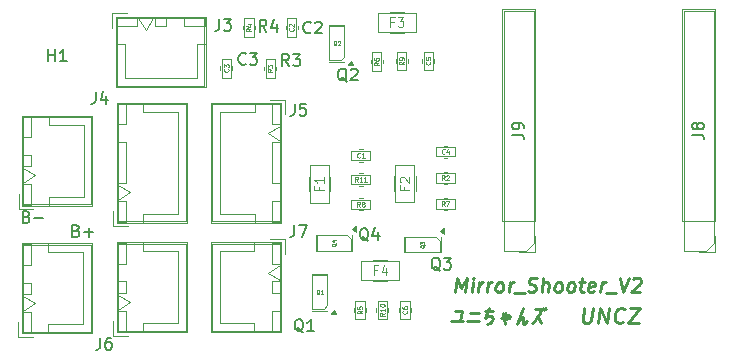
<source format=gbr>
%TF.GenerationSoftware,KiCad,Pcbnew,9.0.3*%
%TF.CreationDate,2025-08-24T20:12:34+09:00*%
%TF.ProjectId,mirror_Shooter_v2,6d697272-6f72-45f5-9368-6f6f7465725f,rev?*%
%TF.SameCoordinates,Original*%
%TF.FileFunction,Legend,Top*%
%TF.FilePolarity,Positive*%
%FSLAX46Y46*%
G04 Gerber Fmt 4.6, Leading zero omitted, Abs format (unit mm)*
G04 Created by KiCad (PCBNEW 9.0.3) date 2025-08-24 20:12:34*
%MOMM*%
%LPD*%
G01*
G04 APERTURE LIST*
%ADD10C,0.250000*%
%ADD11C,0.150000*%
%ADD12C,0.120000*%
%ADD13C,0.060000*%
%ADD14C,0.050000*%
%ADD15C,0.100000*%
G04 APERTURE END LIST*
D10*
X164833333Y-112438404D02*
X164701786Y-113490785D01*
X164701786Y-113490785D02*
X164748214Y-113614595D01*
X164748214Y-113614595D02*
X164802381Y-113676500D01*
X164802381Y-113676500D02*
X164918452Y-113738404D01*
X164918452Y-113738404D02*
X165166071Y-113738404D01*
X165166071Y-113738404D02*
X165297619Y-113676500D01*
X165297619Y-113676500D02*
X165367262Y-113614595D01*
X165367262Y-113614595D02*
X165444643Y-113490785D01*
X165444643Y-113490785D02*
X165576190Y-112438404D01*
X166032738Y-113738404D02*
X166195238Y-112438404D01*
X166195238Y-112438404D02*
X166775595Y-113738404D01*
X166775595Y-113738404D02*
X166938095Y-112438404D01*
X168152977Y-113614595D02*
X168083334Y-113676500D01*
X168083334Y-113676500D02*
X167889881Y-113738404D01*
X167889881Y-113738404D02*
X167766072Y-113738404D01*
X167766072Y-113738404D02*
X167588096Y-113676500D01*
X167588096Y-113676500D02*
X167479762Y-113552690D01*
X167479762Y-113552690D02*
X167433334Y-113428880D01*
X167433334Y-113428880D02*
X167402381Y-113181261D01*
X167402381Y-113181261D02*
X167425596Y-112995547D01*
X167425596Y-112995547D02*
X167518453Y-112747928D01*
X167518453Y-112747928D02*
X167595834Y-112624119D01*
X167595834Y-112624119D02*
X167735119Y-112500309D01*
X167735119Y-112500309D02*
X167928572Y-112438404D01*
X167928572Y-112438404D02*
X168052381Y-112438404D01*
X168052381Y-112438404D02*
X168230358Y-112500309D01*
X168230358Y-112500309D02*
X168284524Y-112562214D01*
X168733334Y-112438404D02*
X169600000Y-112438404D01*
X169600000Y-112438404D02*
X168570834Y-113738404D01*
X168570834Y-113738404D02*
X169437500Y-113738404D01*
X153573213Y-113590785D02*
X154563689Y-113590785D01*
X153867261Y-112724119D02*
X154486308Y-112724119D01*
X154486308Y-112724119D02*
X154316070Y-113590785D01*
X154935118Y-113590785D02*
X155925594Y-113590785D01*
X155151785Y-112847928D02*
X155894642Y-112847928D01*
X156467261Y-112724119D02*
X157086309Y-112724119D01*
X156753571Y-112414595D02*
X156451785Y-113343166D01*
X156451785Y-113343166D02*
X156730356Y-113095547D01*
X156730356Y-113095547D02*
X156977975Y-113095547D01*
X156977975Y-113095547D02*
X157078571Y-113281261D01*
X157078571Y-113281261D02*
X157047618Y-113528880D01*
X157047618Y-113528880D02*
X156838690Y-113714595D01*
X156838690Y-113714595D02*
X156575595Y-113838404D01*
X157929761Y-112909833D02*
X158123214Y-113838404D01*
X158123214Y-112847928D02*
X158231547Y-112971738D01*
X157821428Y-113281261D02*
X158347619Y-113033642D01*
X158347619Y-113033642D02*
X158525595Y-113095547D01*
X158525595Y-113095547D02*
X158510119Y-113219357D01*
X158510119Y-113219357D02*
X158432738Y-113343166D01*
X158432738Y-113343166D02*
X158239285Y-113405071D01*
X159655357Y-112476500D02*
X159113690Y-113838404D01*
X159113690Y-113838404D02*
X159500595Y-113219357D01*
X159500595Y-113219357D02*
X159624405Y-113219357D01*
X159624405Y-113219357D02*
X159670833Y-113838404D01*
X159670833Y-113838404D02*
X159732738Y-113838404D01*
X159732738Y-113838404D02*
X159957143Y-113528880D01*
X161326786Y-112476500D02*
X161435119Y-112600309D01*
X161520238Y-112414595D02*
X161628571Y-112538404D01*
X160924405Y-113219357D02*
X161025000Y-113405071D01*
X161025000Y-113405071D02*
X161172024Y-113714595D01*
X160638095Y-112538404D02*
X161195238Y-112538404D01*
X161195238Y-112538404D02*
X161086905Y-112909833D01*
X161086905Y-112909833D02*
X160939881Y-113095547D01*
X160939881Y-113095547D02*
X160785119Y-113343166D01*
X160785119Y-113343166D02*
X160638095Y-113528880D01*
X160638095Y-113528880D02*
X160429167Y-113714595D01*
X153921429Y-111092142D02*
X154071429Y-109892142D01*
X154071429Y-109892142D02*
X154364286Y-110749285D01*
X154364286Y-110749285D02*
X154871429Y-109892142D01*
X154871429Y-109892142D02*
X154721429Y-111092142D01*
X155292858Y-111092142D02*
X155392858Y-110292142D01*
X155442858Y-109892142D02*
X155378572Y-109949285D01*
X155378572Y-109949285D02*
X155428572Y-110006428D01*
X155428572Y-110006428D02*
X155492858Y-109949285D01*
X155492858Y-109949285D02*
X155442858Y-109892142D01*
X155442858Y-109892142D02*
X155428572Y-110006428D01*
X155864287Y-111092142D02*
X155964287Y-110292142D01*
X155935716Y-110520714D02*
X156007144Y-110406428D01*
X156007144Y-110406428D02*
X156071430Y-110349285D01*
X156071430Y-110349285D02*
X156192858Y-110292142D01*
X156192858Y-110292142D02*
X156307144Y-110292142D01*
X156607144Y-111092142D02*
X156707144Y-110292142D01*
X156678573Y-110520714D02*
X156750001Y-110406428D01*
X156750001Y-110406428D02*
X156814287Y-110349285D01*
X156814287Y-110349285D02*
X156935715Y-110292142D01*
X156935715Y-110292142D02*
X157050001Y-110292142D01*
X157521430Y-111092142D02*
X157414287Y-111035000D01*
X157414287Y-111035000D02*
X157364287Y-110977857D01*
X157364287Y-110977857D02*
X157321430Y-110863571D01*
X157321430Y-110863571D02*
X157364287Y-110520714D01*
X157364287Y-110520714D02*
X157435715Y-110406428D01*
X157435715Y-110406428D02*
X157500001Y-110349285D01*
X157500001Y-110349285D02*
X157621430Y-110292142D01*
X157621430Y-110292142D02*
X157792858Y-110292142D01*
X157792858Y-110292142D02*
X157900001Y-110349285D01*
X157900001Y-110349285D02*
X157950001Y-110406428D01*
X157950001Y-110406428D02*
X157992858Y-110520714D01*
X157992858Y-110520714D02*
X157950001Y-110863571D01*
X157950001Y-110863571D02*
X157878572Y-110977857D01*
X157878572Y-110977857D02*
X157814287Y-111035000D01*
X157814287Y-111035000D02*
X157692858Y-111092142D01*
X157692858Y-111092142D02*
X157521430Y-111092142D01*
X158435715Y-111092142D02*
X158535715Y-110292142D01*
X158507144Y-110520714D02*
X158578572Y-110406428D01*
X158578572Y-110406428D02*
X158642858Y-110349285D01*
X158642858Y-110349285D02*
X158764286Y-110292142D01*
X158764286Y-110292142D02*
X158878572Y-110292142D01*
X158878572Y-111206428D02*
X159792858Y-111206428D01*
X160042858Y-111035000D02*
X160207144Y-111092142D01*
X160207144Y-111092142D02*
X160492858Y-111092142D01*
X160492858Y-111092142D02*
X160614287Y-111035000D01*
X160614287Y-111035000D02*
X160678572Y-110977857D01*
X160678572Y-110977857D02*
X160750001Y-110863571D01*
X160750001Y-110863571D02*
X160764287Y-110749285D01*
X160764287Y-110749285D02*
X160721429Y-110635000D01*
X160721429Y-110635000D02*
X160671429Y-110577857D01*
X160671429Y-110577857D02*
X160564287Y-110520714D01*
X160564287Y-110520714D02*
X160342858Y-110463571D01*
X160342858Y-110463571D02*
X160235715Y-110406428D01*
X160235715Y-110406428D02*
X160185715Y-110349285D01*
X160185715Y-110349285D02*
X160142858Y-110235000D01*
X160142858Y-110235000D02*
X160157144Y-110120714D01*
X160157144Y-110120714D02*
X160228572Y-110006428D01*
X160228572Y-110006428D02*
X160292858Y-109949285D01*
X160292858Y-109949285D02*
X160414287Y-109892142D01*
X160414287Y-109892142D02*
X160700001Y-109892142D01*
X160700001Y-109892142D02*
X160864287Y-109949285D01*
X161235715Y-111092142D02*
X161385715Y-109892142D01*
X161750001Y-111092142D02*
X161828572Y-110463571D01*
X161828572Y-110463571D02*
X161785715Y-110349285D01*
X161785715Y-110349285D02*
X161678572Y-110292142D01*
X161678572Y-110292142D02*
X161507144Y-110292142D01*
X161507144Y-110292142D02*
X161385715Y-110349285D01*
X161385715Y-110349285D02*
X161321429Y-110406428D01*
X162492858Y-111092142D02*
X162385715Y-111035000D01*
X162385715Y-111035000D02*
X162335715Y-110977857D01*
X162335715Y-110977857D02*
X162292858Y-110863571D01*
X162292858Y-110863571D02*
X162335715Y-110520714D01*
X162335715Y-110520714D02*
X162407143Y-110406428D01*
X162407143Y-110406428D02*
X162471429Y-110349285D01*
X162471429Y-110349285D02*
X162592858Y-110292142D01*
X162592858Y-110292142D02*
X162764286Y-110292142D01*
X162764286Y-110292142D02*
X162871429Y-110349285D01*
X162871429Y-110349285D02*
X162921429Y-110406428D01*
X162921429Y-110406428D02*
X162964286Y-110520714D01*
X162964286Y-110520714D02*
X162921429Y-110863571D01*
X162921429Y-110863571D02*
X162850000Y-110977857D01*
X162850000Y-110977857D02*
X162785715Y-111035000D01*
X162785715Y-111035000D02*
X162664286Y-111092142D01*
X162664286Y-111092142D02*
X162492858Y-111092142D01*
X163578572Y-111092142D02*
X163471429Y-111035000D01*
X163471429Y-111035000D02*
X163421429Y-110977857D01*
X163421429Y-110977857D02*
X163378572Y-110863571D01*
X163378572Y-110863571D02*
X163421429Y-110520714D01*
X163421429Y-110520714D02*
X163492857Y-110406428D01*
X163492857Y-110406428D02*
X163557143Y-110349285D01*
X163557143Y-110349285D02*
X163678572Y-110292142D01*
X163678572Y-110292142D02*
X163850000Y-110292142D01*
X163850000Y-110292142D02*
X163957143Y-110349285D01*
X163957143Y-110349285D02*
X164007143Y-110406428D01*
X164007143Y-110406428D02*
X164050000Y-110520714D01*
X164050000Y-110520714D02*
X164007143Y-110863571D01*
X164007143Y-110863571D02*
X163935714Y-110977857D01*
X163935714Y-110977857D02*
X163871429Y-111035000D01*
X163871429Y-111035000D02*
X163750000Y-111092142D01*
X163750000Y-111092142D02*
X163578572Y-111092142D01*
X164421428Y-110292142D02*
X164878571Y-110292142D01*
X164642857Y-109892142D02*
X164514286Y-110920714D01*
X164514286Y-110920714D02*
X164557143Y-111035000D01*
X164557143Y-111035000D02*
X164664286Y-111092142D01*
X164664286Y-111092142D02*
X164778571Y-111092142D01*
X165642857Y-111035000D02*
X165521428Y-111092142D01*
X165521428Y-111092142D02*
X165292857Y-111092142D01*
X165292857Y-111092142D02*
X165185714Y-111035000D01*
X165185714Y-111035000D02*
X165142857Y-110920714D01*
X165142857Y-110920714D02*
X165200000Y-110463571D01*
X165200000Y-110463571D02*
X165271428Y-110349285D01*
X165271428Y-110349285D02*
X165392857Y-110292142D01*
X165392857Y-110292142D02*
X165621428Y-110292142D01*
X165621428Y-110292142D02*
X165728571Y-110349285D01*
X165728571Y-110349285D02*
X165771428Y-110463571D01*
X165771428Y-110463571D02*
X165757142Y-110577857D01*
X165757142Y-110577857D02*
X165171428Y-110692142D01*
X166207142Y-111092142D02*
X166307142Y-110292142D01*
X166278571Y-110520714D02*
X166349999Y-110406428D01*
X166349999Y-110406428D02*
X166414285Y-110349285D01*
X166414285Y-110349285D02*
X166535713Y-110292142D01*
X166535713Y-110292142D02*
X166649999Y-110292142D01*
X166649999Y-111206428D02*
X167564285Y-111206428D01*
X167842856Y-109892142D02*
X168092856Y-111092142D01*
X168092856Y-111092142D02*
X168642856Y-109892142D01*
X168971427Y-110006428D02*
X169035713Y-109949285D01*
X169035713Y-109949285D02*
X169157142Y-109892142D01*
X169157142Y-109892142D02*
X169442856Y-109892142D01*
X169442856Y-109892142D02*
X169549999Y-109949285D01*
X169549999Y-109949285D02*
X169599999Y-110006428D01*
X169599999Y-110006428D02*
X169642856Y-110120714D01*
X169642856Y-110120714D02*
X169628570Y-110235000D01*
X169628570Y-110235000D02*
X169549999Y-110406428D01*
X169549999Y-110406428D02*
X168778570Y-111092142D01*
X168778570Y-111092142D02*
X169521427Y-111092142D01*
D11*
X117613181Y-104731409D02*
X117756038Y-104779028D01*
X117756038Y-104779028D02*
X117803657Y-104826647D01*
X117803657Y-104826647D02*
X117851276Y-104921885D01*
X117851276Y-104921885D02*
X117851276Y-105064742D01*
X117851276Y-105064742D02*
X117803657Y-105159980D01*
X117803657Y-105159980D02*
X117756038Y-105207600D01*
X117756038Y-105207600D02*
X117660800Y-105255219D01*
X117660800Y-105255219D02*
X117279848Y-105255219D01*
X117279848Y-105255219D02*
X117279848Y-104255219D01*
X117279848Y-104255219D02*
X117613181Y-104255219D01*
X117613181Y-104255219D02*
X117708419Y-104302838D01*
X117708419Y-104302838D02*
X117756038Y-104350457D01*
X117756038Y-104350457D02*
X117803657Y-104445695D01*
X117803657Y-104445695D02*
X117803657Y-104540933D01*
X117803657Y-104540933D02*
X117756038Y-104636171D01*
X117756038Y-104636171D02*
X117708419Y-104683790D01*
X117708419Y-104683790D02*
X117613181Y-104731409D01*
X117613181Y-104731409D02*
X117279848Y-104731409D01*
X118279848Y-104874266D02*
X119041753Y-104874266D01*
X139833333Y-91954819D02*
X139500000Y-91478628D01*
X139261905Y-91954819D02*
X139261905Y-90954819D01*
X139261905Y-90954819D02*
X139642857Y-90954819D01*
X139642857Y-90954819D02*
X139738095Y-91002438D01*
X139738095Y-91002438D02*
X139785714Y-91050057D01*
X139785714Y-91050057D02*
X139833333Y-91145295D01*
X139833333Y-91145295D02*
X139833333Y-91288152D01*
X139833333Y-91288152D02*
X139785714Y-91383390D01*
X139785714Y-91383390D02*
X139738095Y-91431009D01*
X139738095Y-91431009D02*
X139642857Y-91478628D01*
X139642857Y-91478628D02*
X139261905Y-91478628D01*
X140166667Y-90954819D02*
X140785714Y-90954819D01*
X140785714Y-90954819D02*
X140452381Y-91335771D01*
X140452381Y-91335771D02*
X140595238Y-91335771D01*
X140595238Y-91335771D02*
X140690476Y-91383390D01*
X140690476Y-91383390D02*
X140738095Y-91431009D01*
X140738095Y-91431009D02*
X140785714Y-91526247D01*
X140785714Y-91526247D02*
X140785714Y-91764342D01*
X140785714Y-91764342D02*
X140738095Y-91859580D01*
X140738095Y-91859580D02*
X140690476Y-91907200D01*
X140690476Y-91907200D02*
X140595238Y-91954819D01*
X140595238Y-91954819D02*
X140309524Y-91954819D01*
X140309524Y-91954819D02*
X140214286Y-91907200D01*
X140214286Y-91907200D02*
X140166667Y-91859580D01*
X140306466Y-95162019D02*
X140306466Y-95876304D01*
X140306466Y-95876304D02*
X140258847Y-96019161D01*
X140258847Y-96019161D02*
X140163609Y-96114400D01*
X140163609Y-96114400D02*
X140020752Y-96162019D01*
X140020752Y-96162019D02*
X139925514Y-96162019D01*
X141258847Y-95162019D02*
X140782657Y-95162019D01*
X140782657Y-95162019D02*
X140735038Y-95638209D01*
X140735038Y-95638209D02*
X140782657Y-95590590D01*
X140782657Y-95590590D02*
X140877895Y-95542971D01*
X140877895Y-95542971D02*
X141115990Y-95542971D01*
X141115990Y-95542971D02*
X141211228Y-95590590D01*
X141211228Y-95590590D02*
X141258847Y-95638209D01*
X141258847Y-95638209D02*
X141306466Y-95733447D01*
X141306466Y-95733447D02*
X141306466Y-95971542D01*
X141306466Y-95971542D02*
X141258847Y-96066780D01*
X141258847Y-96066780D02*
X141211228Y-96114400D01*
X141211228Y-96114400D02*
X141115990Y-96162019D01*
X141115990Y-96162019D02*
X140877895Y-96162019D01*
X140877895Y-96162019D02*
X140782657Y-96114400D01*
X140782657Y-96114400D02*
X140735038Y-96066780D01*
X123466266Y-94146019D02*
X123466266Y-94860304D01*
X123466266Y-94860304D02*
X123418647Y-95003161D01*
X123418647Y-95003161D02*
X123323409Y-95098400D01*
X123323409Y-95098400D02*
X123180552Y-95146019D01*
X123180552Y-95146019D02*
X123085314Y-95146019D01*
X124371028Y-94479352D02*
X124371028Y-95146019D01*
X124132933Y-94098400D02*
X123894838Y-94812685D01*
X123894838Y-94812685D02*
X124513885Y-94812685D01*
X123847266Y-114974019D02*
X123847266Y-115688304D01*
X123847266Y-115688304D02*
X123799647Y-115831161D01*
X123799647Y-115831161D02*
X123704409Y-115926400D01*
X123704409Y-115926400D02*
X123561552Y-115974019D01*
X123561552Y-115974019D02*
X123466314Y-115974019D01*
X124752028Y-114974019D02*
X124561552Y-114974019D01*
X124561552Y-114974019D02*
X124466314Y-115021638D01*
X124466314Y-115021638D02*
X124418695Y-115069257D01*
X124418695Y-115069257D02*
X124323457Y-115212114D01*
X124323457Y-115212114D02*
X124275838Y-115402590D01*
X124275838Y-115402590D02*
X124275838Y-115783542D01*
X124275838Y-115783542D02*
X124323457Y-115878780D01*
X124323457Y-115878780D02*
X124371076Y-115926400D01*
X124371076Y-115926400D02*
X124466314Y-115974019D01*
X124466314Y-115974019D02*
X124656790Y-115974019D01*
X124656790Y-115974019D02*
X124752028Y-115926400D01*
X124752028Y-115926400D02*
X124799647Y-115878780D01*
X124799647Y-115878780D02*
X124847266Y-115783542D01*
X124847266Y-115783542D02*
X124847266Y-115545447D01*
X124847266Y-115545447D02*
X124799647Y-115450209D01*
X124799647Y-115450209D02*
X124752028Y-115402590D01*
X124752028Y-115402590D02*
X124656790Y-115354971D01*
X124656790Y-115354971D02*
X124466314Y-115354971D01*
X124466314Y-115354971D02*
X124371076Y-115402590D01*
X124371076Y-115402590D02*
X124323457Y-115450209D01*
X124323457Y-115450209D02*
X124275838Y-115545447D01*
X136183333Y-91759580D02*
X136135714Y-91807200D01*
X136135714Y-91807200D02*
X135992857Y-91854819D01*
X135992857Y-91854819D02*
X135897619Y-91854819D01*
X135897619Y-91854819D02*
X135754762Y-91807200D01*
X135754762Y-91807200D02*
X135659524Y-91711961D01*
X135659524Y-91711961D02*
X135611905Y-91616723D01*
X135611905Y-91616723D02*
X135564286Y-91426247D01*
X135564286Y-91426247D02*
X135564286Y-91283390D01*
X135564286Y-91283390D02*
X135611905Y-91092914D01*
X135611905Y-91092914D02*
X135659524Y-90997676D01*
X135659524Y-90997676D02*
X135754762Y-90902438D01*
X135754762Y-90902438D02*
X135897619Y-90854819D01*
X135897619Y-90854819D02*
X135992857Y-90854819D01*
X135992857Y-90854819D02*
X136135714Y-90902438D01*
X136135714Y-90902438D02*
X136183333Y-90950057D01*
X136516667Y-90854819D02*
X137135714Y-90854819D01*
X137135714Y-90854819D02*
X136802381Y-91235771D01*
X136802381Y-91235771D02*
X136945238Y-91235771D01*
X136945238Y-91235771D02*
X137040476Y-91283390D01*
X137040476Y-91283390D02*
X137088095Y-91331009D01*
X137088095Y-91331009D02*
X137135714Y-91426247D01*
X137135714Y-91426247D02*
X137135714Y-91664342D01*
X137135714Y-91664342D02*
X137088095Y-91759580D01*
X137088095Y-91759580D02*
X137040476Y-91807200D01*
X137040476Y-91807200D02*
X136945238Y-91854819D01*
X136945238Y-91854819D02*
X136659524Y-91854819D01*
X136659524Y-91854819D02*
X136564286Y-91807200D01*
X136564286Y-91807200D02*
X136516667Y-91759580D01*
X141052561Y-114494457D02*
X140957323Y-114446838D01*
X140957323Y-114446838D02*
X140862085Y-114351600D01*
X140862085Y-114351600D02*
X140719228Y-114208742D01*
X140719228Y-114208742D02*
X140623990Y-114161123D01*
X140623990Y-114161123D02*
X140528752Y-114161123D01*
X140576371Y-114399219D02*
X140481133Y-114351600D01*
X140481133Y-114351600D02*
X140385895Y-114256361D01*
X140385895Y-114256361D02*
X140338276Y-114065885D01*
X140338276Y-114065885D02*
X140338276Y-113732552D01*
X140338276Y-113732552D02*
X140385895Y-113542076D01*
X140385895Y-113542076D02*
X140481133Y-113446838D01*
X140481133Y-113446838D02*
X140576371Y-113399219D01*
X140576371Y-113399219D02*
X140766847Y-113399219D01*
X140766847Y-113399219D02*
X140862085Y-113446838D01*
X140862085Y-113446838D02*
X140957323Y-113542076D01*
X140957323Y-113542076D02*
X141004942Y-113732552D01*
X141004942Y-113732552D02*
X141004942Y-114065885D01*
X141004942Y-114065885D02*
X140957323Y-114256361D01*
X140957323Y-114256361D02*
X140862085Y-114351600D01*
X140862085Y-114351600D02*
X140766847Y-114399219D01*
X140766847Y-114399219D02*
X140576371Y-114399219D01*
X141957323Y-114399219D02*
X141385895Y-114399219D01*
X141671609Y-114399219D02*
X141671609Y-113399219D01*
X141671609Y-113399219D02*
X141576371Y-113542076D01*
X141576371Y-113542076D02*
X141481133Y-113637314D01*
X141481133Y-113637314D02*
X141385895Y-113684933D01*
X144735561Y-93285457D02*
X144640323Y-93237838D01*
X144640323Y-93237838D02*
X144545085Y-93142600D01*
X144545085Y-93142600D02*
X144402228Y-92999742D01*
X144402228Y-92999742D02*
X144306990Y-92952123D01*
X144306990Y-92952123D02*
X144211752Y-92952123D01*
X144259371Y-93190219D02*
X144164133Y-93142600D01*
X144164133Y-93142600D02*
X144068895Y-93047361D01*
X144068895Y-93047361D02*
X144021276Y-92856885D01*
X144021276Y-92856885D02*
X144021276Y-92523552D01*
X144021276Y-92523552D02*
X144068895Y-92333076D01*
X144068895Y-92333076D02*
X144164133Y-92237838D01*
X144164133Y-92237838D02*
X144259371Y-92190219D01*
X144259371Y-92190219D02*
X144449847Y-92190219D01*
X144449847Y-92190219D02*
X144545085Y-92237838D01*
X144545085Y-92237838D02*
X144640323Y-92333076D01*
X144640323Y-92333076D02*
X144687942Y-92523552D01*
X144687942Y-92523552D02*
X144687942Y-92856885D01*
X144687942Y-92856885D02*
X144640323Y-93047361D01*
X144640323Y-93047361D02*
X144545085Y-93142600D01*
X144545085Y-93142600D02*
X144449847Y-93190219D01*
X144449847Y-93190219D02*
X144259371Y-93190219D01*
X145068895Y-92285457D02*
X145116514Y-92237838D01*
X145116514Y-92237838D02*
X145211752Y-92190219D01*
X145211752Y-92190219D02*
X145449847Y-92190219D01*
X145449847Y-92190219D02*
X145545085Y-92237838D01*
X145545085Y-92237838D02*
X145592704Y-92285457D01*
X145592704Y-92285457D02*
X145640323Y-92380695D01*
X145640323Y-92380695D02*
X145640323Y-92475933D01*
X145640323Y-92475933D02*
X145592704Y-92618790D01*
X145592704Y-92618790D02*
X145021276Y-93190219D01*
X145021276Y-93190219D02*
X145640323Y-93190219D01*
X152654761Y-109300057D02*
X152559523Y-109252438D01*
X152559523Y-109252438D02*
X152464285Y-109157200D01*
X152464285Y-109157200D02*
X152321428Y-109014342D01*
X152321428Y-109014342D02*
X152226190Y-108966723D01*
X152226190Y-108966723D02*
X152130952Y-108966723D01*
X152178571Y-109204819D02*
X152083333Y-109157200D01*
X152083333Y-109157200D02*
X151988095Y-109061961D01*
X151988095Y-109061961D02*
X151940476Y-108871485D01*
X151940476Y-108871485D02*
X151940476Y-108538152D01*
X151940476Y-108538152D02*
X151988095Y-108347676D01*
X151988095Y-108347676D02*
X152083333Y-108252438D01*
X152083333Y-108252438D02*
X152178571Y-108204819D01*
X152178571Y-108204819D02*
X152369047Y-108204819D01*
X152369047Y-108204819D02*
X152464285Y-108252438D01*
X152464285Y-108252438D02*
X152559523Y-108347676D01*
X152559523Y-108347676D02*
X152607142Y-108538152D01*
X152607142Y-108538152D02*
X152607142Y-108871485D01*
X152607142Y-108871485D02*
X152559523Y-109061961D01*
X152559523Y-109061961D02*
X152464285Y-109157200D01*
X152464285Y-109157200D02*
X152369047Y-109204819D01*
X152369047Y-109204819D02*
X152178571Y-109204819D01*
X152940476Y-108204819D02*
X153559523Y-108204819D01*
X153559523Y-108204819D02*
X153226190Y-108585771D01*
X153226190Y-108585771D02*
X153369047Y-108585771D01*
X153369047Y-108585771D02*
X153464285Y-108633390D01*
X153464285Y-108633390D02*
X153511904Y-108681009D01*
X153511904Y-108681009D02*
X153559523Y-108776247D01*
X153559523Y-108776247D02*
X153559523Y-109014342D01*
X153559523Y-109014342D02*
X153511904Y-109109580D01*
X153511904Y-109109580D02*
X153464285Y-109157200D01*
X153464285Y-109157200D02*
X153369047Y-109204819D01*
X153369047Y-109204819D02*
X153083333Y-109204819D01*
X153083333Y-109204819D02*
X152988095Y-109157200D01*
X152988095Y-109157200D02*
X152940476Y-109109580D01*
X121829581Y-105899809D02*
X121972438Y-105947428D01*
X121972438Y-105947428D02*
X122020057Y-105995047D01*
X122020057Y-105995047D02*
X122067676Y-106090285D01*
X122067676Y-106090285D02*
X122067676Y-106233142D01*
X122067676Y-106233142D02*
X122020057Y-106328380D01*
X122020057Y-106328380D02*
X121972438Y-106376000D01*
X121972438Y-106376000D02*
X121877200Y-106423619D01*
X121877200Y-106423619D02*
X121496248Y-106423619D01*
X121496248Y-106423619D02*
X121496248Y-105423619D01*
X121496248Y-105423619D02*
X121829581Y-105423619D01*
X121829581Y-105423619D02*
X121924819Y-105471238D01*
X121924819Y-105471238D02*
X121972438Y-105518857D01*
X121972438Y-105518857D02*
X122020057Y-105614095D01*
X122020057Y-105614095D02*
X122020057Y-105709333D01*
X122020057Y-105709333D02*
X121972438Y-105804571D01*
X121972438Y-105804571D02*
X121924819Y-105852190D01*
X121924819Y-105852190D02*
X121829581Y-105899809D01*
X121829581Y-105899809D02*
X121496248Y-105899809D01*
X122496248Y-106042666D02*
X123258153Y-106042666D01*
X122877200Y-106423619D02*
X122877200Y-105661714D01*
X141683333Y-89109580D02*
X141635714Y-89157200D01*
X141635714Y-89157200D02*
X141492857Y-89204819D01*
X141492857Y-89204819D02*
X141397619Y-89204819D01*
X141397619Y-89204819D02*
X141254762Y-89157200D01*
X141254762Y-89157200D02*
X141159524Y-89061961D01*
X141159524Y-89061961D02*
X141111905Y-88966723D01*
X141111905Y-88966723D02*
X141064286Y-88776247D01*
X141064286Y-88776247D02*
X141064286Y-88633390D01*
X141064286Y-88633390D02*
X141111905Y-88442914D01*
X141111905Y-88442914D02*
X141159524Y-88347676D01*
X141159524Y-88347676D02*
X141254762Y-88252438D01*
X141254762Y-88252438D02*
X141397619Y-88204819D01*
X141397619Y-88204819D02*
X141492857Y-88204819D01*
X141492857Y-88204819D02*
X141635714Y-88252438D01*
X141635714Y-88252438D02*
X141683333Y-88300057D01*
X142064286Y-88300057D02*
X142111905Y-88252438D01*
X142111905Y-88252438D02*
X142207143Y-88204819D01*
X142207143Y-88204819D02*
X142445238Y-88204819D01*
X142445238Y-88204819D02*
X142540476Y-88252438D01*
X142540476Y-88252438D02*
X142588095Y-88300057D01*
X142588095Y-88300057D02*
X142635714Y-88395295D01*
X142635714Y-88395295D02*
X142635714Y-88490533D01*
X142635714Y-88490533D02*
X142588095Y-88633390D01*
X142588095Y-88633390D02*
X142016667Y-89204819D01*
X142016667Y-89204819D02*
X142635714Y-89204819D01*
X133931066Y-87973819D02*
X133931066Y-88688104D01*
X133931066Y-88688104D02*
X133883447Y-88830961D01*
X133883447Y-88830961D02*
X133788209Y-88926200D01*
X133788209Y-88926200D02*
X133645352Y-88973819D01*
X133645352Y-88973819D02*
X133550114Y-88973819D01*
X134312019Y-87973819D02*
X134931066Y-87973819D01*
X134931066Y-87973819D02*
X134597733Y-88354771D01*
X134597733Y-88354771D02*
X134740590Y-88354771D01*
X134740590Y-88354771D02*
X134835828Y-88402390D01*
X134835828Y-88402390D02*
X134883447Y-88450009D01*
X134883447Y-88450009D02*
X134931066Y-88545247D01*
X134931066Y-88545247D02*
X134931066Y-88783342D01*
X134931066Y-88783342D02*
X134883447Y-88878580D01*
X134883447Y-88878580D02*
X134835828Y-88926200D01*
X134835828Y-88926200D02*
X134740590Y-88973819D01*
X134740590Y-88973819D02*
X134454876Y-88973819D01*
X134454876Y-88973819D02*
X134359638Y-88926200D01*
X134359638Y-88926200D02*
X134312019Y-88878580D01*
X146564361Y-106772857D02*
X146469123Y-106725238D01*
X146469123Y-106725238D02*
X146373885Y-106630000D01*
X146373885Y-106630000D02*
X146231028Y-106487142D01*
X146231028Y-106487142D02*
X146135790Y-106439523D01*
X146135790Y-106439523D02*
X146040552Y-106439523D01*
X146088171Y-106677619D02*
X145992933Y-106630000D01*
X145992933Y-106630000D02*
X145897695Y-106534761D01*
X145897695Y-106534761D02*
X145850076Y-106344285D01*
X145850076Y-106344285D02*
X145850076Y-106010952D01*
X145850076Y-106010952D02*
X145897695Y-105820476D01*
X145897695Y-105820476D02*
X145992933Y-105725238D01*
X145992933Y-105725238D02*
X146088171Y-105677619D01*
X146088171Y-105677619D02*
X146278647Y-105677619D01*
X146278647Y-105677619D02*
X146373885Y-105725238D01*
X146373885Y-105725238D02*
X146469123Y-105820476D01*
X146469123Y-105820476D02*
X146516742Y-106010952D01*
X146516742Y-106010952D02*
X146516742Y-106344285D01*
X146516742Y-106344285D02*
X146469123Y-106534761D01*
X146469123Y-106534761D02*
X146373885Y-106630000D01*
X146373885Y-106630000D02*
X146278647Y-106677619D01*
X146278647Y-106677619D02*
X146088171Y-106677619D01*
X147373885Y-106010952D02*
X147373885Y-106677619D01*
X147135790Y-105630000D02*
X146897695Y-106344285D01*
X146897695Y-106344285D02*
X147516742Y-106344285D01*
X137933333Y-89054819D02*
X137600000Y-88578628D01*
X137361905Y-89054819D02*
X137361905Y-88054819D01*
X137361905Y-88054819D02*
X137742857Y-88054819D01*
X137742857Y-88054819D02*
X137838095Y-88102438D01*
X137838095Y-88102438D02*
X137885714Y-88150057D01*
X137885714Y-88150057D02*
X137933333Y-88245295D01*
X137933333Y-88245295D02*
X137933333Y-88388152D01*
X137933333Y-88388152D02*
X137885714Y-88483390D01*
X137885714Y-88483390D02*
X137838095Y-88531009D01*
X137838095Y-88531009D02*
X137742857Y-88578628D01*
X137742857Y-88578628D02*
X137361905Y-88578628D01*
X138790476Y-88388152D02*
X138790476Y-89054819D01*
X138552381Y-88007200D02*
X138314286Y-88721485D01*
X138314286Y-88721485D02*
X138933333Y-88721485D01*
X140281066Y-105423619D02*
X140281066Y-106137904D01*
X140281066Y-106137904D02*
X140233447Y-106280761D01*
X140233447Y-106280761D02*
X140138209Y-106376000D01*
X140138209Y-106376000D02*
X139995352Y-106423619D01*
X139995352Y-106423619D02*
X139900114Y-106423619D01*
X140662019Y-105423619D02*
X141328685Y-105423619D01*
X141328685Y-105423619D02*
X140900114Y-106423619D01*
D12*
%TO.C,R7*%
X153226567Y-103122000D02*
X152934033Y-103122000D01*
X153226567Y-104142000D02*
X152934033Y-104142000D01*
%TO.C,R8*%
X146070367Y-103172800D02*
X145777833Y-103172800D01*
X146070367Y-104192800D02*
X145777833Y-104192800D01*
%TO.C,R3*%
X137742200Y-92026033D02*
X137742200Y-92318567D01*
X138762200Y-92026033D02*
X138762200Y-92318567D01*
%TO.C,C6*%
X149146800Y-112768767D02*
X149146800Y-112476233D01*
X150166800Y-112768767D02*
X150166800Y-112476233D01*
%TO.C,C1*%
X146068167Y-99032600D02*
X145775633Y-99032600D01*
X146068167Y-100052600D02*
X145775633Y-100052600D01*
%TO.C,J5*%
X133232200Y-95101600D02*
X133232200Y-105221600D01*
X133232200Y-105221600D02*
X139202200Y-105221600D01*
X133992200Y-95861600D02*
X133992200Y-100161600D01*
X133992200Y-104461600D02*
X133992200Y-100161600D01*
X136942200Y-95111600D02*
X136942200Y-95861600D01*
X136942200Y-95861600D02*
X133992200Y-95861600D01*
X136942200Y-104461600D02*
X133992200Y-104461600D01*
X136942200Y-105211600D02*
X136942200Y-104461600D01*
X138442200Y-95111600D02*
X138442200Y-96911600D01*
X138442200Y-96911600D02*
X139192200Y-96911600D01*
X138442200Y-98411600D02*
X138442200Y-101911600D01*
X138442200Y-101911600D02*
X139192200Y-101911600D01*
X138442200Y-103411600D02*
X138442200Y-105211600D01*
X138442200Y-105211600D02*
X139192200Y-105211600D01*
X139192200Y-95111600D02*
X138442200Y-95111600D01*
X139192200Y-96911600D02*
X139192200Y-95111600D01*
X139192200Y-98411600D02*
X138442200Y-98411600D01*
X139192200Y-101911600D02*
X139192200Y-98411600D01*
X139192200Y-103411600D02*
X138442200Y-103411600D01*
X139192200Y-105211600D02*
X139192200Y-103411600D01*
X139202200Y-95101600D02*
X133232200Y-95101600D01*
X139202200Y-105221600D02*
X139202200Y-95101600D01*
X139492200Y-94811600D02*
X138242200Y-94811600D01*
X139492200Y-96061600D02*
X139492200Y-94811600D01*
%TO.C,J4*%
X124967200Y-104261600D02*
X124967200Y-105511600D01*
X124967200Y-105511600D02*
X126217200Y-105511600D01*
X125257200Y-95101600D02*
X125257200Y-105221600D01*
X125257200Y-105221600D02*
X131227200Y-105221600D01*
X125267200Y-95111600D02*
X125267200Y-96911600D01*
X125267200Y-96911600D02*
X126017200Y-96911600D01*
X125267200Y-98411600D02*
X125267200Y-101911600D01*
X125267200Y-101911600D02*
X126017200Y-101911600D01*
X125267200Y-103411600D02*
X125267200Y-105211600D01*
X125267200Y-105211600D02*
X126017200Y-105211600D01*
X126017200Y-95111600D02*
X125267200Y-95111600D01*
X126017200Y-96911600D02*
X126017200Y-95111600D01*
X126017200Y-98411600D02*
X125267200Y-98411600D01*
X126017200Y-101911600D02*
X126017200Y-98411600D01*
X126017200Y-103411600D02*
X125267200Y-103411600D01*
X126017200Y-105211600D02*
X126017200Y-103411600D01*
X127517200Y-95111600D02*
X127517200Y-95861600D01*
X127517200Y-95861600D02*
X130467200Y-95861600D01*
X127517200Y-104461600D02*
X130467200Y-104461600D01*
X127517200Y-105211600D02*
X127517200Y-104461600D01*
X130467200Y-95861600D02*
X130467200Y-100161600D01*
X130467200Y-104461600D02*
X130467200Y-100161600D01*
X131227200Y-95101600D02*
X125257200Y-95101600D01*
X131227200Y-105221600D02*
X131227200Y-95101600D01*
%TO.C,C5*%
X151128000Y-91686767D02*
X151128000Y-91394233D01*
X152148000Y-91686767D02*
X152148000Y-91394233D01*
%TO.C,R2*%
X153230967Y-100937600D02*
X152938433Y-100937600D01*
X153230967Y-101957600D02*
X152938433Y-101957600D01*
%TO.C,F2*%
X148744600Y-102521164D02*
X148744600Y-101317036D01*
X150564600Y-102521164D02*
X150564600Y-101317036D01*
%TO.C,J6*%
X124967200Y-113561600D02*
X124967200Y-114811600D01*
X124967200Y-114811600D02*
X126217200Y-114811600D01*
X125257200Y-106901600D02*
X125257200Y-114521600D01*
X125257200Y-114521600D02*
X131227200Y-114521600D01*
X125267200Y-106911600D02*
X125267200Y-108711600D01*
X125267200Y-108711600D02*
X126017200Y-108711600D01*
X125267200Y-110211600D02*
X125267200Y-111211600D01*
X125267200Y-111211600D02*
X126017200Y-111211600D01*
X125267200Y-112711600D02*
X125267200Y-114511600D01*
X125267200Y-114511600D02*
X126017200Y-114511600D01*
X126017200Y-106911600D02*
X125267200Y-106911600D01*
X126017200Y-108711600D02*
X126017200Y-106911600D01*
X126017200Y-110211600D02*
X125267200Y-110211600D01*
X126017200Y-111211600D02*
X126017200Y-110211600D01*
X126017200Y-112711600D02*
X125267200Y-112711600D01*
X126017200Y-114511600D02*
X126017200Y-112711600D01*
X127517200Y-106911600D02*
X127517200Y-107661600D01*
X127517200Y-107661600D02*
X130467200Y-107661600D01*
X127517200Y-113761600D02*
X130467200Y-113761600D01*
X127517200Y-114511600D02*
X127517200Y-113761600D01*
X130467200Y-107661600D02*
X130467200Y-110711600D01*
X130467200Y-113761600D02*
X130467200Y-110711600D01*
X131227200Y-106901600D02*
X125257200Y-106901600D01*
X131227200Y-114521600D02*
X131227200Y-106901600D01*
%TO.C,R11*%
X146070367Y-101064600D02*
X145777833Y-101064600D01*
X146070367Y-102084600D02*
X145777833Y-102084600D01*
%TO.C,C3*%
X134033800Y-92000933D02*
X134033800Y-92293467D01*
X135053800Y-92000933D02*
X135053800Y-92293467D01*
%TO.C,R5*%
X145336800Y-112770967D02*
X145336800Y-112478433D01*
X146356800Y-112770967D02*
X146356800Y-112478433D01*
%TO.C,Q1*%
X142448700Y-109554800D02*
X141798700Y-109554800D01*
X142448700Y-109554800D02*
X143098700Y-109554800D01*
X142448700Y-112674800D02*
X141798700Y-112674800D01*
X142448700Y-112674800D02*
X143098700Y-112674800D01*
X143851200Y-112954800D02*
X143371200Y-112954800D01*
X143611200Y-112624800D01*
X143851200Y-112954800D01*
G36*
X143851200Y-112954800D02*
G01*
X143371200Y-112954800D01*
X143611200Y-112624800D01*
X143851200Y-112954800D01*
G37*
%TO.C,Q2*%
X143888700Y-88483000D02*
X143238700Y-88483000D01*
X143888700Y-88483000D02*
X144538700Y-88483000D01*
X143888700Y-91603000D02*
X143238700Y-91603000D01*
X143888700Y-91603000D02*
X144538700Y-91603000D01*
X145291200Y-91883000D02*
X144811200Y-91883000D01*
X145051200Y-91553000D01*
X145291200Y-91883000D01*
G36*
X145291200Y-91883000D02*
G01*
X144811200Y-91883000D01*
X145051200Y-91553000D01*
X145291200Y-91883000D01*
G37*
%TO.C,Q3*%
X149583000Y-107084100D02*
X149583000Y-106434100D01*
X149583000Y-107084100D02*
X149583000Y-107734100D01*
X152703000Y-107084100D02*
X152703000Y-106434100D01*
X152703000Y-107084100D02*
X152703000Y-107734100D01*
X152983000Y-106161600D02*
X152653000Y-105921600D01*
X152983000Y-105681600D01*
X152983000Y-106161600D01*
G36*
X152983000Y-106161600D02*
G01*
X152653000Y-105921600D01*
X152983000Y-105681600D01*
X152983000Y-106161600D01*
G37*
%TO.C,B+*%
X116910400Y-113646400D02*
X116910400Y-114896400D01*
X116910400Y-114896400D02*
X118160400Y-114896400D01*
X117200400Y-106986400D02*
X117200400Y-114606400D01*
X117200400Y-114606400D02*
X123170400Y-114606400D01*
X117210400Y-106996400D02*
X117210400Y-108796400D01*
X117210400Y-108796400D02*
X117960400Y-108796400D01*
X117210400Y-110296400D02*
X117210400Y-111296400D01*
X117210400Y-111296400D02*
X117960400Y-111296400D01*
X117210400Y-112796400D02*
X117210400Y-114596400D01*
X117210400Y-114596400D02*
X117960400Y-114596400D01*
X117960400Y-106996400D02*
X117210400Y-106996400D01*
X117960400Y-108796400D02*
X117960400Y-106996400D01*
X117960400Y-110296400D02*
X117210400Y-110296400D01*
X117960400Y-111296400D02*
X117960400Y-110296400D01*
X117960400Y-112796400D02*
X117210400Y-112796400D01*
X117960400Y-114596400D02*
X117960400Y-112796400D01*
X119460400Y-106996400D02*
X119460400Y-107746400D01*
X119460400Y-107746400D02*
X122410400Y-107746400D01*
X119460400Y-113846400D02*
X122410400Y-113846400D01*
X119460400Y-114596400D02*
X119460400Y-113846400D01*
X122410400Y-107746400D02*
X122410400Y-110796400D01*
X122410400Y-113846400D02*
X122410400Y-110796400D01*
X123170400Y-106986400D02*
X117200400Y-106986400D01*
X123170400Y-114606400D02*
X123170400Y-106986400D01*
%TO.C,C2*%
X139545600Y-88841967D02*
X139545600Y-88549433D01*
X140565600Y-88841967D02*
X140565600Y-88549433D01*
%TO.C,J3*%
X124867200Y-87511600D02*
X124867200Y-88761600D01*
X125157200Y-87801600D02*
X125157200Y-93771600D01*
X125157200Y-93771600D02*
X132777200Y-93771600D01*
X125167200Y-87811600D02*
X125167200Y-88561600D01*
X125167200Y-88561600D02*
X126967200Y-88561600D01*
X125167200Y-90061600D02*
X125917200Y-90061600D01*
X125917200Y-90061600D02*
X125917200Y-93011600D01*
X125917200Y-93011600D02*
X128967200Y-93011600D01*
X126117200Y-87511600D02*
X124867200Y-87511600D01*
X126967200Y-87811600D02*
X125167200Y-87811600D01*
X126967200Y-88561600D02*
X126967200Y-87811600D01*
X128467200Y-87811600D02*
X128467200Y-88561600D01*
X128467200Y-88561600D02*
X129467200Y-88561600D01*
X129467200Y-87811600D02*
X128467200Y-87811600D01*
X129467200Y-88561600D02*
X129467200Y-87811600D01*
X130967200Y-87811600D02*
X130967200Y-88561600D01*
X130967200Y-88561600D02*
X132767200Y-88561600D01*
X132017200Y-90061600D02*
X132017200Y-93011600D01*
X132017200Y-93011600D02*
X128967200Y-93011600D01*
X132767200Y-87811600D02*
X130967200Y-87811600D01*
X132767200Y-88561600D02*
X132767200Y-87811600D01*
X132767200Y-90061600D02*
X132017200Y-90061600D01*
X132777200Y-87801600D02*
X125157200Y-87801600D01*
X132777200Y-93771600D02*
X132777200Y-87801600D01*
%TO.C,Q4*%
X142087200Y-106957100D02*
X142087200Y-106307100D01*
X142087200Y-106957100D02*
X142087200Y-107607100D01*
X145207200Y-106957100D02*
X145207200Y-106307100D01*
X145207200Y-106957100D02*
X145207200Y-107607100D01*
X145487200Y-106034600D02*
X145157200Y-105794600D01*
X145487200Y-105554600D01*
X145487200Y-106034600D01*
G36*
X145487200Y-106034600D02*
G01*
X145157200Y-105794600D01*
X145487200Y-105554600D01*
X145487200Y-106034600D01*
G37*
%TO.C,R6*%
X146759200Y-91739767D02*
X146759200Y-91447233D01*
X147779200Y-91739767D02*
X147779200Y-91447233D01*
%TO.C,J9*%
X157893400Y-105054400D02*
X157893400Y-87164400D01*
X160653400Y-87164400D02*
X157893400Y-87164400D01*
X160653400Y-105054400D02*
X157893400Y-105054400D01*
X160653400Y-105054400D02*
X160653400Y-87164400D01*
X160653400Y-106324400D02*
X160653400Y-107704400D01*
X160653400Y-107704400D02*
X159273400Y-107704400D01*
%TO.C,R9*%
X148867400Y-91686767D02*
X148867400Y-91394233D01*
X149887400Y-91686767D02*
X149887400Y-91394233D01*
%TO.C,F3*%
X148354636Y-87355000D02*
X149558764Y-87355000D01*
X148354636Y-89175000D02*
X149558764Y-89175000D01*
%TO.C,F4*%
X146960836Y-108360800D02*
X148164964Y-108360800D01*
X146960836Y-110180800D02*
X148164964Y-110180800D01*
%TO.C,F1*%
X141518000Y-102547464D02*
X141518000Y-101343336D01*
X143338000Y-102547464D02*
X143338000Y-101343336D01*
%TO.C,R4*%
X135938800Y-88575933D02*
X135938800Y-88868467D01*
X136958800Y-88575933D02*
X136958800Y-88868467D01*
%TO.C,J10*%
X116942800Y-102823600D02*
X116942800Y-104073600D01*
X116942800Y-104073600D02*
X118192800Y-104073600D01*
X117232800Y-96163600D02*
X117232800Y-103783600D01*
X117232800Y-103783600D02*
X123202800Y-103783600D01*
X117242800Y-96173600D02*
X117242800Y-97973600D01*
X117242800Y-97973600D02*
X117992800Y-97973600D01*
X117242800Y-99473600D02*
X117242800Y-100473600D01*
X117242800Y-100473600D02*
X117992800Y-100473600D01*
X117242800Y-101973600D02*
X117242800Y-103773600D01*
X117242800Y-103773600D02*
X117992800Y-103773600D01*
X117992800Y-96173600D02*
X117242800Y-96173600D01*
X117992800Y-97973600D02*
X117992800Y-96173600D01*
X117992800Y-99473600D02*
X117242800Y-99473600D01*
X117992800Y-100473600D02*
X117992800Y-99473600D01*
X117992800Y-101973600D02*
X117242800Y-101973600D01*
X117992800Y-103773600D02*
X117992800Y-101973600D01*
X119492800Y-96173600D02*
X119492800Y-96923600D01*
X119492800Y-96923600D02*
X122442800Y-96923600D01*
X119492800Y-103023600D02*
X122442800Y-103023600D01*
X119492800Y-103773600D02*
X119492800Y-103023600D01*
X122442800Y-96923600D02*
X122442800Y-99973600D01*
X122442800Y-103023600D02*
X122442800Y-99973600D01*
X123202800Y-96163600D02*
X117232800Y-96163600D01*
X123202800Y-103783600D02*
X123202800Y-96163600D01*
%TO.C,J7*%
X133207200Y-106901600D02*
X133207200Y-114521600D01*
X133207200Y-114521600D02*
X139177200Y-114521600D01*
X133967200Y-107661600D02*
X133967200Y-110711600D01*
X133967200Y-113761600D02*
X133967200Y-110711600D01*
X136917200Y-106911600D02*
X136917200Y-107661600D01*
X136917200Y-107661600D02*
X133967200Y-107661600D01*
X136917200Y-113761600D02*
X133967200Y-113761600D01*
X136917200Y-114511600D02*
X136917200Y-113761600D01*
X138417200Y-106911600D02*
X138417200Y-108711600D01*
X138417200Y-108711600D02*
X139167200Y-108711600D01*
X138417200Y-110211600D02*
X138417200Y-111211600D01*
X138417200Y-111211600D02*
X139167200Y-111211600D01*
X138417200Y-112711600D02*
X138417200Y-114511600D01*
X138417200Y-114511600D02*
X139167200Y-114511600D01*
X139167200Y-106911600D02*
X138417200Y-106911600D01*
X139167200Y-108711600D02*
X139167200Y-106911600D01*
X139167200Y-110211600D02*
X138417200Y-110211600D01*
X139167200Y-111211600D02*
X139167200Y-110211600D01*
X139167200Y-112711600D02*
X138417200Y-112711600D01*
X139167200Y-114511600D02*
X139167200Y-112711600D01*
X139177200Y-106901600D02*
X133207200Y-106901600D01*
X139177200Y-114521600D02*
X139177200Y-106901600D01*
X139467200Y-106611600D02*
X138217200Y-106611600D01*
X139467200Y-107861600D02*
X139467200Y-106611600D01*
%TO.C,J8*%
X173143400Y-105054400D02*
X173143400Y-87164400D01*
X175903400Y-87164400D02*
X173143400Y-87164400D01*
X175903400Y-105054400D02*
X173143400Y-105054400D01*
X175903400Y-105054400D02*
X175903400Y-87164400D01*
X175903400Y-106324400D02*
X175903400Y-107704400D01*
X175903400Y-107704400D02*
X174523400Y-107704400D01*
%TO.C,C4*%
X153230967Y-98702400D02*
X152938433Y-98702400D01*
X153230967Y-99722400D02*
X152938433Y-99722400D01*
%TO.C,R10*%
X147241800Y-112768767D02*
X147241800Y-112476233D01*
X148261800Y-112768767D02*
X148261800Y-112476233D01*
%TD*%
D13*
X153013633Y-103813927D02*
X152880300Y-103623451D01*
X152785062Y-103813927D02*
X152785062Y-103413927D01*
X152785062Y-103413927D02*
X152937443Y-103413927D01*
X152937443Y-103413927D02*
X152975538Y-103432975D01*
X152975538Y-103432975D02*
X152994585Y-103452022D01*
X152994585Y-103452022D02*
X153013633Y-103490118D01*
X153013633Y-103490118D02*
X153013633Y-103547260D01*
X153013633Y-103547260D02*
X152994585Y-103585356D01*
X152994585Y-103585356D02*
X152975538Y-103604403D01*
X152975538Y-103604403D02*
X152937443Y-103623451D01*
X152937443Y-103623451D02*
X152785062Y-103623451D01*
X153146966Y-103413927D02*
X153413633Y-103413927D01*
X153413633Y-103413927D02*
X153242204Y-103813927D01*
X145857433Y-103864727D02*
X145724100Y-103674251D01*
X145628862Y-103864727D02*
X145628862Y-103464727D01*
X145628862Y-103464727D02*
X145781243Y-103464727D01*
X145781243Y-103464727D02*
X145819338Y-103483775D01*
X145819338Y-103483775D02*
X145838385Y-103502822D01*
X145838385Y-103502822D02*
X145857433Y-103540918D01*
X145857433Y-103540918D02*
X145857433Y-103598060D01*
X145857433Y-103598060D02*
X145838385Y-103636156D01*
X145838385Y-103636156D02*
X145819338Y-103655203D01*
X145819338Y-103655203D02*
X145781243Y-103674251D01*
X145781243Y-103674251D02*
X145628862Y-103674251D01*
X146086004Y-103636156D02*
X146047909Y-103617108D01*
X146047909Y-103617108D02*
X146028862Y-103598060D01*
X146028862Y-103598060D02*
X146009814Y-103559965D01*
X146009814Y-103559965D02*
X146009814Y-103540918D01*
X146009814Y-103540918D02*
X146028862Y-103502822D01*
X146028862Y-103502822D02*
X146047909Y-103483775D01*
X146047909Y-103483775D02*
X146086004Y-103464727D01*
X146086004Y-103464727D02*
X146162195Y-103464727D01*
X146162195Y-103464727D02*
X146200290Y-103483775D01*
X146200290Y-103483775D02*
X146219338Y-103502822D01*
X146219338Y-103502822D02*
X146238385Y-103540918D01*
X146238385Y-103540918D02*
X146238385Y-103559965D01*
X146238385Y-103559965D02*
X146219338Y-103598060D01*
X146219338Y-103598060D02*
X146200290Y-103617108D01*
X146200290Y-103617108D02*
X146162195Y-103636156D01*
X146162195Y-103636156D02*
X146086004Y-103636156D01*
X146086004Y-103636156D02*
X146047909Y-103655203D01*
X146047909Y-103655203D02*
X146028862Y-103674251D01*
X146028862Y-103674251D02*
X146009814Y-103712346D01*
X146009814Y-103712346D02*
X146009814Y-103788537D01*
X146009814Y-103788537D02*
X146028862Y-103826632D01*
X146028862Y-103826632D02*
X146047909Y-103845680D01*
X146047909Y-103845680D02*
X146086004Y-103864727D01*
X146086004Y-103864727D02*
X146162195Y-103864727D01*
X146162195Y-103864727D02*
X146200290Y-103845680D01*
X146200290Y-103845680D02*
X146219338Y-103826632D01*
X146219338Y-103826632D02*
X146238385Y-103788537D01*
X146238385Y-103788537D02*
X146238385Y-103712346D01*
X146238385Y-103712346D02*
X146219338Y-103674251D01*
X146219338Y-103674251D02*
X146200290Y-103655203D01*
X146200290Y-103655203D02*
X146162195Y-103636156D01*
X138434127Y-92238966D02*
X138243651Y-92372299D01*
X138434127Y-92467537D02*
X138034127Y-92467537D01*
X138034127Y-92467537D02*
X138034127Y-92315156D01*
X138034127Y-92315156D02*
X138053175Y-92277061D01*
X138053175Y-92277061D02*
X138072222Y-92258014D01*
X138072222Y-92258014D02*
X138110318Y-92238966D01*
X138110318Y-92238966D02*
X138167460Y-92238966D01*
X138167460Y-92238966D02*
X138205556Y-92258014D01*
X138205556Y-92258014D02*
X138224603Y-92277061D01*
X138224603Y-92277061D02*
X138243651Y-92315156D01*
X138243651Y-92315156D02*
X138243651Y-92467537D01*
X138034127Y-92105633D02*
X138034127Y-91858014D01*
X138034127Y-91858014D02*
X138186508Y-91991347D01*
X138186508Y-91991347D02*
X138186508Y-91934204D01*
X138186508Y-91934204D02*
X138205556Y-91896109D01*
X138205556Y-91896109D02*
X138224603Y-91877061D01*
X138224603Y-91877061D02*
X138262699Y-91858014D01*
X138262699Y-91858014D02*
X138357937Y-91858014D01*
X138357937Y-91858014D02*
X138396032Y-91877061D01*
X138396032Y-91877061D02*
X138415080Y-91896109D01*
X138415080Y-91896109D02*
X138434127Y-91934204D01*
X138434127Y-91934204D02*
X138434127Y-92048490D01*
X138434127Y-92048490D02*
X138415080Y-92086585D01*
X138415080Y-92086585D02*
X138396032Y-92105633D01*
X149800632Y-112689166D02*
X149819680Y-112708214D01*
X149819680Y-112708214D02*
X149838727Y-112765356D01*
X149838727Y-112765356D02*
X149838727Y-112803452D01*
X149838727Y-112803452D02*
X149819680Y-112860595D01*
X149819680Y-112860595D02*
X149781584Y-112898690D01*
X149781584Y-112898690D02*
X149743489Y-112917737D01*
X149743489Y-112917737D02*
X149667299Y-112936785D01*
X149667299Y-112936785D02*
X149610156Y-112936785D01*
X149610156Y-112936785D02*
X149533965Y-112917737D01*
X149533965Y-112917737D02*
X149495870Y-112898690D01*
X149495870Y-112898690D02*
X149457775Y-112860595D01*
X149457775Y-112860595D02*
X149438727Y-112803452D01*
X149438727Y-112803452D02*
X149438727Y-112765356D01*
X149438727Y-112765356D02*
X149457775Y-112708214D01*
X149457775Y-112708214D02*
X149476822Y-112689166D01*
X149438727Y-112346309D02*
X149438727Y-112422499D01*
X149438727Y-112422499D02*
X149457775Y-112460595D01*
X149457775Y-112460595D02*
X149476822Y-112479642D01*
X149476822Y-112479642D02*
X149533965Y-112517737D01*
X149533965Y-112517737D02*
X149610156Y-112536785D01*
X149610156Y-112536785D02*
X149762537Y-112536785D01*
X149762537Y-112536785D02*
X149800632Y-112517737D01*
X149800632Y-112517737D02*
X149819680Y-112498690D01*
X149819680Y-112498690D02*
X149838727Y-112460595D01*
X149838727Y-112460595D02*
X149838727Y-112384404D01*
X149838727Y-112384404D02*
X149819680Y-112346309D01*
X149819680Y-112346309D02*
X149800632Y-112327261D01*
X149800632Y-112327261D02*
X149762537Y-112308214D01*
X149762537Y-112308214D02*
X149667299Y-112308214D01*
X149667299Y-112308214D02*
X149629203Y-112327261D01*
X149629203Y-112327261D02*
X149610156Y-112346309D01*
X149610156Y-112346309D02*
X149591108Y-112384404D01*
X149591108Y-112384404D02*
X149591108Y-112460595D01*
X149591108Y-112460595D02*
X149610156Y-112498690D01*
X149610156Y-112498690D02*
X149629203Y-112517737D01*
X149629203Y-112517737D02*
X149667299Y-112536785D01*
X145855233Y-99686432D02*
X145836185Y-99705480D01*
X145836185Y-99705480D02*
X145779043Y-99724527D01*
X145779043Y-99724527D02*
X145740947Y-99724527D01*
X145740947Y-99724527D02*
X145683804Y-99705480D01*
X145683804Y-99705480D02*
X145645709Y-99667384D01*
X145645709Y-99667384D02*
X145626662Y-99629289D01*
X145626662Y-99629289D02*
X145607614Y-99553099D01*
X145607614Y-99553099D02*
X145607614Y-99495956D01*
X145607614Y-99495956D02*
X145626662Y-99419765D01*
X145626662Y-99419765D02*
X145645709Y-99381670D01*
X145645709Y-99381670D02*
X145683804Y-99343575D01*
X145683804Y-99343575D02*
X145740947Y-99324527D01*
X145740947Y-99324527D02*
X145779043Y-99324527D01*
X145779043Y-99324527D02*
X145836185Y-99343575D01*
X145836185Y-99343575D02*
X145855233Y-99362622D01*
X146236185Y-99724527D02*
X146007614Y-99724527D01*
X146121900Y-99724527D02*
X146121900Y-99324527D01*
X146121900Y-99324527D02*
X146083804Y-99381670D01*
X146083804Y-99381670D02*
X146045709Y-99419765D01*
X146045709Y-99419765D02*
X146007614Y-99438813D01*
X151781832Y-91607166D02*
X151800880Y-91626214D01*
X151800880Y-91626214D02*
X151819927Y-91683356D01*
X151819927Y-91683356D02*
X151819927Y-91721452D01*
X151819927Y-91721452D02*
X151800880Y-91778595D01*
X151800880Y-91778595D02*
X151762784Y-91816690D01*
X151762784Y-91816690D02*
X151724689Y-91835737D01*
X151724689Y-91835737D02*
X151648499Y-91854785D01*
X151648499Y-91854785D02*
X151591356Y-91854785D01*
X151591356Y-91854785D02*
X151515165Y-91835737D01*
X151515165Y-91835737D02*
X151477070Y-91816690D01*
X151477070Y-91816690D02*
X151438975Y-91778595D01*
X151438975Y-91778595D02*
X151419927Y-91721452D01*
X151419927Y-91721452D02*
X151419927Y-91683356D01*
X151419927Y-91683356D02*
X151438975Y-91626214D01*
X151438975Y-91626214D02*
X151458022Y-91607166D01*
X151419927Y-91245261D02*
X151419927Y-91435737D01*
X151419927Y-91435737D02*
X151610403Y-91454785D01*
X151610403Y-91454785D02*
X151591356Y-91435737D01*
X151591356Y-91435737D02*
X151572308Y-91397642D01*
X151572308Y-91397642D02*
X151572308Y-91302404D01*
X151572308Y-91302404D02*
X151591356Y-91264309D01*
X151591356Y-91264309D02*
X151610403Y-91245261D01*
X151610403Y-91245261D02*
X151648499Y-91226214D01*
X151648499Y-91226214D02*
X151743737Y-91226214D01*
X151743737Y-91226214D02*
X151781832Y-91245261D01*
X151781832Y-91245261D02*
X151800880Y-91264309D01*
X151800880Y-91264309D02*
X151819927Y-91302404D01*
X151819927Y-91302404D02*
X151819927Y-91397642D01*
X151819927Y-91397642D02*
X151800880Y-91435737D01*
X151800880Y-91435737D02*
X151781832Y-91454785D01*
X153018033Y-101629527D02*
X152884700Y-101439051D01*
X152789462Y-101629527D02*
X152789462Y-101229527D01*
X152789462Y-101229527D02*
X152941843Y-101229527D01*
X152941843Y-101229527D02*
X152979938Y-101248575D01*
X152979938Y-101248575D02*
X152998985Y-101267622D01*
X152998985Y-101267622D02*
X153018033Y-101305718D01*
X153018033Y-101305718D02*
X153018033Y-101362860D01*
X153018033Y-101362860D02*
X152998985Y-101400956D01*
X152998985Y-101400956D02*
X152979938Y-101420003D01*
X152979938Y-101420003D02*
X152941843Y-101439051D01*
X152941843Y-101439051D02*
X152789462Y-101439051D01*
X153170414Y-101267622D02*
X153189462Y-101248575D01*
X153189462Y-101248575D02*
X153227557Y-101229527D01*
X153227557Y-101229527D02*
X153322795Y-101229527D01*
X153322795Y-101229527D02*
X153360890Y-101248575D01*
X153360890Y-101248575D02*
X153379938Y-101267622D01*
X153379938Y-101267622D02*
X153398985Y-101305718D01*
X153398985Y-101305718D02*
X153398985Y-101343813D01*
X153398985Y-101343813D02*
X153379938Y-101400956D01*
X153379938Y-101400956D02*
X153151366Y-101629527D01*
X153151366Y-101629527D02*
X153398985Y-101629527D01*
D12*
X149599407Y-102185766D02*
X149599407Y-102452432D01*
X150018455Y-102452432D02*
X149218455Y-102452432D01*
X149218455Y-102452432D02*
X149218455Y-102071480D01*
X149294645Y-101804814D02*
X149256550Y-101766718D01*
X149256550Y-101766718D02*
X149218455Y-101690528D01*
X149218455Y-101690528D02*
X149218455Y-101500052D01*
X149218455Y-101500052D02*
X149256550Y-101423861D01*
X149256550Y-101423861D02*
X149294645Y-101385766D01*
X149294645Y-101385766D02*
X149370836Y-101347671D01*
X149370836Y-101347671D02*
X149447026Y-101347671D01*
X149447026Y-101347671D02*
X149561312Y-101385766D01*
X149561312Y-101385766D02*
X150018455Y-101842909D01*
X150018455Y-101842909D02*
X150018455Y-101347671D01*
D13*
X145666957Y-101756527D02*
X145533624Y-101566051D01*
X145438386Y-101756527D02*
X145438386Y-101356527D01*
X145438386Y-101356527D02*
X145590767Y-101356527D01*
X145590767Y-101356527D02*
X145628862Y-101375575D01*
X145628862Y-101375575D02*
X145647909Y-101394622D01*
X145647909Y-101394622D02*
X145666957Y-101432718D01*
X145666957Y-101432718D02*
X145666957Y-101489860D01*
X145666957Y-101489860D02*
X145647909Y-101527956D01*
X145647909Y-101527956D02*
X145628862Y-101547003D01*
X145628862Y-101547003D02*
X145590767Y-101566051D01*
X145590767Y-101566051D02*
X145438386Y-101566051D01*
X146047909Y-101756527D02*
X145819338Y-101756527D01*
X145933624Y-101756527D02*
X145933624Y-101356527D01*
X145933624Y-101356527D02*
X145895528Y-101413670D01*
X145895528Y-101413670D02*
X145857433Y-101451765D01*
X145857433Y-101451765D02*
X145819338Y-101470813D01*
X146428861Y-101756527D02*
X146200290Y-101756527D01*
X146314576Y-101756527D02*
X146314576Y-101356527D01*
X146314576Y-101356527D02*
X146276480Y-101413670D01*
X146276480Y-101413670D02*
X146238385Y-101451765D01*
X146238385Y-101451765D02*
X146200290Y-101470813D01*
X134687632Y-92213866D02*
X134706680Y-92232914D01*
X134706680Y-92232914D02*
X134725727Y-92290056D01*
X134725727Y-92290056D02*
X134725727Y-92328152D01*
X134725727Y-92328152D02*
X134706680Y-92385295D01*
X134706680Y-92385295D02*
X134668584Y-92423390D01*
X134668584Y-92423390D02*
X134630489Y-92442437D01*
X134630489Y-92442437D02*
X134554299Y-92461485D01*
X134554299Y-92461485D02*
X134497156Y-92461485D01*
X134497156Y-92461485D02*
X134420965Y-92442437D01*
X134420965Y-92442437D02*
X134382870Y-92423390D01*
X134382870Y-92423390D02*
X134344775Y-92385295D01*
X134344775Y-92385295D02*
X134325727Y-92328152D01*
X134325727Y-92328152D02*
X134325727Y-92290056D01*
X134325727Y-92290056D02*
X134344775Y-92232914D01*
X134344775Y-92232914D02*
X134363822Y-92213866D01*
X134325727Y-92080533D02*
X134325727Y-91832914D01*
X134325727Y-91832914D02*
X134478108Y-91966247D01*
X134478108Y-91966247D02*
X134478108Y-91909104D01*
X134478108Y-91909104D02*
X134497156Y-91871009D01*
X134497156Y-91871009D02*
X134516203Y-91851961D01*
X134516203Y-91851961D02*
X134554299Y-91832914D01*
X134554299Y-91832914D02*
X134649537Y-91832914D01*
X134649537Y-91832914D02*
X134687632Y-91851961D01*
X134687632Y-91851961D02*
X134706680Y-91871009D01*
X134706680Y-91871009D02*
X134725727Y-91909104D01*
X134725727Y-91909104D02*
X134725727Y-92023390D01*
X134725727Y-92023390D02*
X134706680Y-92061485D01*
X134706680Y-92061485D02*
X134687632Y-92080533D01*
X146028727Y-112691366D02*
X145838251Y-112824699D01*
X146028727Y-112919937D02*
X145628727Y-112919937D01*
X145628727Y-112919937D02*
X145628727Y-112767556D01*
X145628727Y-112767556D02*
X145647775Y-112729461D01*
X145647775Y-112729461D02*
X145666822Y-112710414D01*
X145666822Y-112710414D02*
X145704918Y-112691366D01*
X145704918Y-112691366D02*
X145762060Y-112691366D01*
X145762060Y-112691366D02*
X145800156Y-112710414D01*
X145800156Y-112710414D02*
X145819203Y-112729461D01*
X145819203Y-112729461D02*
X145838251Y-112767556D01*
X145838251Y-112767556D02*
X145838251Y-112919937D01*
X145628727Y-112329461D02*
X145628727Y-112519937D01*
X145628727Y-112519937D02*
X145819203Y-112538985D01*
X145819203Y-112538985D02*
X145800156Y-112519937D01*
X145800156Y-112519937D02*
X145781108Y-112481842D01*
X145781108Y-112481842D02*
X145781108Y-112386604D01*
X145781108Y-112386604D02*
X145800156Y-112348509D01*
X145800156Y-112348509D02*
X145819203Y-112329461D01*
X145819203Y-112329461D02*
X145857299Y-112310414D01*
X145857299Y-112310414D02*
X145952537Y-112310414D01*
X145952537Y-112310414D02*
X145990632Y-112329461D01*
X145990632Y-112329461D02*
X146009680Y-112348509D01*
X146009680Y-112348509D02*
X146028727Y-112386604D01*
X146028727Y-112386604D02*
X146028727Y-112481842D01*
X146028727Y-112481842D02*
X146009680Y-112519937D01*
X146009680Y-112519937D02*
X145990632Y-112538985D01*
D14*
X142418223Y-111290714D02*
X142387747Y-111275476D01*
X142387747Y-111275476D02*
X142357271Y-111245000D01*
X142357271Y-111245000D02*
X142311557Y-111199285D01*
X142311557Y-111199285D02*
X142281080Y-111184047D01*
X142281080Y-111184047D02*
X142250604Y-111184047D01*
X142265842Y-111260238D02*
X142235366Y-111245000D01*
X142235366Y-111245000D02*
X142204890Y-111214523D01*
X142204890Y-111214523D02*
X142189652Y-111153571D01*
X142189652Y-111153571D02*
X142189652Y-111046904D01*
X142189652Y-111046904D02*
X142204890Y-110985952D01*
X142204890Y-110985952D02*
X142235366Y-110955476D01*
X142235366Y-110955476D02*
X142265842Y-110940238D01*
X142265842Y-110940238D02*
X142326795Y-110940238D01*
X142326795Y-110940238D02*
X142357271Y-110955476D01*
X142357271Y-110955476D02*
X142387747Y-110985952D01*
X142387747Y-110985952D02*
X142402985Y-111046904D01*
X142402985Y-111046904D02*
X142402985Y-111153571D01*
X142402985Y-111153571D02*
X142387747Y-111214523D01*
X142387747Y-111214523D02*
X142357271Y-111245000D01*
X142357271Y-111245000D02*
X142326795Y-111260238D01*
X142326795Y-111260238D02*
X142265842Y-111260238D01*
X142707747Y-111260238D02*
X142524890Y-111260238D01*
X142616318Y-111260238D02*
X142616318Y-110940238D01*
X142616318Y-110940238D02*
X142585842Y-110985952D01*
X142585842Y-110985952D02*
X142555366Y-111016428D01*
X142555366Y-111016428D02*
X142524890Y-111031666D01*
X143858223Y-90218914D02*
X143827747Y-90203676D01*
X143827747Y-90203676D02*
X143797271Y-90173200D01*
X143797271Y-90173200D02*
X143751557Y-90127485D01*
X143751557Y-90127485D02*
X143721080Y-90112247D01*
X143721080Y-90112247D02*
X143690604Y-90112247D01*
X143705842Y-90188438D02*
X143675366Y-90173200D01*
X143675366Y-90173200D02*
X143644890Y-90142723D01*
X143644890Y-90142723D02*
X143629652Y-90081771D01*
X143629652Y-90081771D02*
X143629652Y-89975104D01*
X143629652Y-89975104D02*
X143644890Y-89914152D01*
X143644890Y-89914152D02*
X143675366Y-89883676D01*
X143675366Y-89883676D02*
X143705842Y-89868438D01*
X143705842Y-89868438D02*
X143766795Y-89868438D01*
X143766795Y-89868438D02*
X143797271Y-89883676D01*
X143797271Y-89883676D02*
X143827747Y-89914152D01*
X143827747Y-89914152D02*
X143842985Y-89975104D01*
X143842985Y-89975104D02*
X143842985Y-90081771D01*
X143842985Y-90081771D02*
X143827747Y-90142723D01*
X143827747Y-90142723D02*
X143797271Y-90173200D01*
X143797271Y-90173200D02*
X143766795Y-90188438D01*
X143766795Y-90188438D02*
X143705842Y-90188438D01*
X143964890Y-89898914D02*
X143980128Y-89883676D01*
X143980128Y-89883676D02*
X144010604Y-89868438D01*
X144010604Y-89868438D02*
X144086795Y-89868438D01*
X144086795Y-89868438D02*
X144117271Y-89883676D01*
X144117271Y-89883676D02*
X144132509Y-89898914D01*
X144132509Y-89898914D02*
X144147747Y-89929390D01*
X144147747Y-89929390D02*
X144147747Y-89959866D01*
X144147747Y-89959866D02*
X144132509Y-90005580D01*
X144132509Y-90005580D02*
X143949652Y-90188438D01*
X143949652Y-90188438D02*
X144147747Y-90188438D01*
X151318914Y-107114576D02*
X151303676Y-107145052D01*
X151303676Y-107145052D02*
X151273200Y-107175528D01*
X151273200Y-107175528D02*
X151227485Y-107221242D01*
X151227485Y-107221242D02*
X151212247Y-107251719D01*
X151212247Y-107251719D02*
X151212247Y-107282195D01*
X151288438Y-107266957D02*
X151273200Y-107297433D01*
X151273200Y-107297433D02*
X151242723Y-107327909D01*
X151242723Y-107327909D02*
X151181771Y-107343147D01*
X151181771Y-107343147D02*
X151075104Y-107343147D01*
X151075104Y-107343147D02*
X151014152Y-107327909D01*
X151014152Y-107327909D02*
X150983676Y-107297433D01*
X150983676Y-107297433D02*
X150968438Y-107266957D01*
X150968438Y-107266957D02*
X150968438Y-107206004D01*
X150968438Y-107206004D02*
X150983676Y-107175528D01*
X150983676Y-107175528D02*
X151014152Y-107145052D01*
X151014152Y-107145052D02*
X151075104Y-107129814D01*
X151075104Y-107129814D02*
X151181771Y-107129814D01*
X151181771Y-107129814D02*
X151242723Y-107145052D01*
X151242723Y-107145052D02*
X151273200Y-107175528D01*
X151273200Y-107175528D02*
X151288438Y-107206004D01*
X151288438Y-107206004D02*
X151288438Y-107266957D01*
X150968438Y-107023147D02*
X150968438Y-106825052D01*
X150968438Y-106825052D02*
X151090342Y-106931719D01*
X151090342Y-106931719D02*
X151090342Y-106886004D01*
X151090342Y-106886004D02*
X151105580Y-106855528D01*
X151105580Y-106855528D02*
X151120819Y-106840290D01*
X151120819Y-106840290D02*
X151151295Y-106825052D01*
X151151295Y-106825052D02*
X151227485Y-106825052D01*
X151227485Y-106825052D02*
X151257961Y-106840290D01*
X151257961Y-106840290D02*
X151273200Y-106855528D01*
X151273200Y-106855528D02*
X151288438Y-106886004D01*
X151288438Y-106886004D02*
X151288438Y-106977433D01*
X151288438Y-106977433D02*
X151273200Y-107007909D01*
X151273200Y-107007909D02*
X151257961Y-107023147D01*
D13*
X140199432Y-88762366D02*
X140218480Y-88781414D01*
X140218480Y-88781414D02*
X140237527Y-88838556D01*
X140237527Y-88838556D02*
X140237527Y-88876652D01*
X140237527Y-88876652D02*
X140218480Y-88933795D01*
X140218480Y-88933795D02*
X140180384Y-88971890D01*
X140180384Y-88971890D02*
X140142289Y-88990937D01*
X140142289Y-88990937D02*
X140066099Y-89009985D01*
X140066099Y-89009985D02*
X140008956Y-89009985D01*
X140008956Y-89009985D02*
X139932765Y-88990937D01*
X139932765Y-88990937D02*
X139894670Y-88971890D01*
X139894670Y-88971890D02*
X139856575Y-88933795D01*
X139856575Y-88933795D02*
X139837527Y-88876652D01*
X139837527Y-88876652D02*
X139837527Y-88838556D01*
X139837527Y-88838556D02*
X139856575Y-88781414D01*
X139856575Y-88781414D02*
X139875622Y-88762366D01*
X139875622Y-88609985D02*
X139856575Y-88590937D01*
X139856575Y-88590937D02*
X139837527Y-88552842D01*
X139837527Y-88552842D02*
X139837527Y-88457604D01*
X139837527Y-88457604D02*
X139856575Y-88419509D01*
X139856575Y-88419509D02*
X139875622Y-88400461D01*
X139875622Y-88400461D02*
X139913718Y-88381414D01*
X139913718Y-88381414D02*
X139951813Y-88381414D01*
X139951813Y-88381414D02*
X140008956Y-88400461D01*
X140008956Y-88400461D02*
X140237527Y-88629033D01*
X140237527Y-88629033D02*
X140237527Y-88381414D01*
D14*
X143823114Y-106987576D02*
X143807876Y-107018052D01*
X143807876Y-107018052D02*
X143777400Y-107048528D01*
X143777400Y-107048528D02*
X143731685Y-107094242D01*
X143731685Y-107094242D02*
X143716447Y-107124719D01*
X143716447Y-107124719D02*
X143716447Y-107155195D01*
X143792638Y-107139957D02*
X143777400Y-107170433D01*
X143777400Y-107170433D02*
X143746923Y-107200909D01*
X143746923Y-107200909D02*
X143685971Y-107216147D01*
X143685971Y-107216147D02*
X143579304Y-107216147D01*
X143579304Y-107216147D02*
X143518352Y-107200909D01*
X143518352Y-107200909D02*
X143487876Y-107170433D01*
X143487876Y-107170433D02*
X143472638Y-107139957D01*
X143472638Y-107139957D02*
X143472638Y-107079004D01*
X143472638Y-107079004D02*
X143487876Y-107048528D01*
X143487876Y-107048528D02*
X143518352Y-107018052D01*
X143518352Y-107018052D02*
X143579304Y-107002814D01*
X143579304Y-107002814D02*
X143685971Y-107002814D01*
X143685971Y-107002814D02*
X143746923Y-107018052D01*
X143746923Y-107018052D02*
X143777400Y-107048528D01*
X143777400Y-107048528D02*
X143792638Y-107079004D01*
X143792638Y-107079004D02*
X143792638Y-107139957D01*
X143579304Y-106728528D02*
X143792638Y-106728528D01*
X143457400Y-106804719D02*
X143685971Y-106880909D01*
X143685971Y-106880909D02*
X143685971Y-106682814D01*
D13*
X147451127Y-91660166D02*
X147260651Y-91793499D01*
X147451127Y-91888737D02*
X147051127Y-91888737D01*
X147051127Y-91888737D02*
X147051127Y-91736356D01*
X147051127Y-91736356D02*
X147070175Y-91698261D01*
X147070175Y-91698261D02*
X147089222Y-91679214D01*
X147089222Y-91679214D02*
X147127318Y-91660166D01*
X147127318Y-91660166D02*
X147184460Y-91660166D01*
X147184460Y-91660166D02*
X147222556Y-91679214D01*
X147222556Y-91679214D02*
X147241603Y-91698261D01*
X147241603Y-91698261D02*
X147260651Y-91736356D01*
X147260651Y-91736356D02*
X147260651Y-91888737D01*
X147051127Y-91317309D02*
X147051127Y-91393499D01*
X147051127Y-91393499D02*
X147070175Y-91431595D01*
X147070175Y-91431595D02*
X147089222Y-91450642D01*
X147089222Y-91450642D02*
X147146365Y-91488737D01*
X147146365Y-91488737D02*
X147222556Y-91507785D01*
X147222556Y-91507785D02*
X147374937Y-91507785D01*
X147374937Y-91507785D02*
X147413032Y-91488737D01*
X147413032Y-91488737D02*
X147432080Y-91469690D01*
X147432080Y-91469690D02*
X147451127Y-91431595D01*
X147451127Y-91431595D02*
X147451127Y-91355404D01*
X147451127Y-91355404D02*
X147432080Y-91317309D01*
X147432080Y-91317309D02*
X147413032Y-91298261D01*
X147413032Y-91298261D02*
X147374937Y-91279214D01*
X147374937Y-91279214D02*
X147279699Y-91279214D01*
X147279699Y-91279214D02*
X147241603Y-91298261D01*
X147241603Y-91298261D02*
X147222556Y-91317309D01*
X147222556Y-91317309D02*
X147203508Y-91355404D01*
X147203508Y-91355404D02*
X147203508Y-91431595D01*
X147203508Y-91431595D02*
X147222556Y-91469690D01*
X147222556Y-91469690D02*
X147241603Y-91488737D01*
X147241603Y-91488737D02*
X147279699Y-91507785D01*
D11*
X158728219Y-97767733D02*
X159442504Y-97767733D01*
X159442504Y-97767733D02*
X159585361Y-97815352D01*
X159585361Y-97815352D02*
X159680600Y-97910590D01*
X159680600Y-97910590D02*
X159728219Y-98053447D01*
X159728219Y-98053447D02*
X159728219Y-98148685D01*
X159728219Y-97243923D02*
X159728219Y-97053447D01*
X159728219Y-97053447D02*
X159680600Y-96958209D01*
X159680600Y-96958209D02*
X159632980Y-96910590D01*
X159632980Y-96910590D02*
X159490123Y-96815352D01*
X159490123Y-96815352D02*
X159299647Y-96767733D01*
X159299647Y-96767733D02*
X158918695Y-96767733D01*
X158918695Y-96767733D02*
X158823457Y-96815352D01*
X158823457Y-96815352D02*
X158775838Y-96862971D01*
X158775838Y-96862971D02*
X158728219Y-96958209D01*
X158728219Y-96958209D02*
X158728219Y-97148685D01*
X158728219Y-97148685D02*
X158775838Y-97243923D01*
X158775838Y-97243923D02*
X158823457Y-97291542D01*
X158823457Y-97291542D02*
X158918695Y-97339161D01*
X158918695Y-97339161D02*
X159156790Y-97339161D01*
X159156790Y-97339161D02*
X159252028Y-97291542D01*
X159252028Y-97291542D02*
X159299647Y-97243923D01*
X159299647Y-97243923D02*
X159347266Y-97148685D01*
X159347266Y-97148685D02*
X159347266Y-96958209D01*
X159347266Y-96958209D02*
X159299647Y-96862971D01*
X159299647Y-96862971D02*
X159252028Y-96815352D01*
X159252028Y-96815352D02*
X159156790Y-96767733D01*
X119455895Y-91539219D02*
X119455895Y-90539219D01*
X119455895Y-91015409D02*
X120027323Y-91015409D01*
X120027323Y-91539219D02*
X120027323Y-90539219D01*
X121027323Y-91539219D02*
X120455895Y-91539219D01*
X120741609Y-91539219D02*
X120741609Y-90539219D01*
X120741609Y-90539219D02*
X120646371Y-90682076D01*
X120646371Y-90682076D02*
X120551133Y-90777314D01*
X120551133Y-90777314D02*
X120455895Y-90824933D01*
D13*
X149559327Y-91607166D02*
X149368851Y-91740499D01*
X149559327Y-91835737D02*
X149159327Y-91835737D01*
X149159327Y-91835737D02*
X149159327Y-91683356D01*
X149159327Y-91683356D02*
X149178375Y-91645261D01*
X149178375Y-91645261D02*
X149197422Y-91626214D01*
X149197422Y-91626214D02*
X149235518Y-91607166D01*
X149235518Y-91607166D02*
X149292660Y-91607166D01*
X149292660Y-91607166D02*
X149330756Y-91626214D01*
X149330756Y-91626214D02*
X149349803Y-91645261D01*
X149349803Y-91645261D02*
X149368851Y-91683356D01*
X149368851Y-91683356D02*
X149368851Y-91835737D01*
X149559327Y-91416690D02*
X149559327Y-91340499D01*
X149559327Y-91340499D02*
X149540280Y-91302404D01*
X149540280Y-91302404D02*
X149521232Y-91283356D01*
X149521232Y-91283356D02*
X149464089Y-91245261D01*
X149464089Y-91245261D02*
X149387899Y-91226214D01*
X149387899Y-91226214D02*
X149235518Y-91226214D01*
X149235518Y-91226214D02*
X149197422Y-91245261D01*
X149197422Y-91245261D02*
X149178375Y-91264309D01*
X149178375Y-91264309D02*
X149159327Y-91302404D01*
X149159327Y-91302404D02*
X149159327Y-91378595D01*
X149159327Y-91378595D02*
X149178375Y-91416690D01*
X149178375Y-91416690D02*
X149197422Y-91435737D01*
X149197422Y-91435737D02*
X149235518Y-91454785D01*
X149235518Y-91454785D02*
X149330756Y-91454785D01*
X149330756Y-91454785D02*
X149368851Y-91435737D01*
X149368851Y-91435737D02*
X149387899Y-91416690D01*
X149387899Y-91416690D02*
X149406946Y-91378595D01*
X149406946Y-91378595D02*
X149406946Y-91302404D01*
X149406946Y-91302404D02*
X149387899Y-91264309D01*
X149387899Y-91264309D02*
X149368851Y-91245261D01*
X149368851Y-91245261D02*
X149330756Y-91226214D01*
D12*
X148690033Y-88209807D02*
X148423367Y-88209807D01*
X148423367Y-88628855D02*
X148423367Y-87828855D01*
X148423367Y-87828855D02*
X148804319Y-87828855D01*
X149032890Y-87828855D02*
X149528128Y-87828855D01*
X149528128Y-87828855D02*
X149261462Y-88133617D01*
X149261462Y-88133617D02*
X149375747Y-88133617D01*
X149375747Y-88133617D02*
X149451938Y-88171712D01*
X149451938Y-88171712D02*
X149490033Y-88209807D01*
X149490033Y-88209807D02*
X149528128Y-88285998D01*
X149528128Y-88285998D02*
X149528128Y-88476474D01*
X149528128Y-88476474D02*
X149490033Y-88552664D01*
X149490033Y-88552664D02*
X149451938Y-88590760D01*
X149451938Y-88590760D02*
X149375747Y-88628855D01*
X149375747Y-88628855D02*
X149147176Y-88628855D01*
X149147176Y-88628855D02*
X149070985Y-88590760D01*
X149070985Y-88590760D02*
X149032890Y-88552664D01*
X147296233Y-109215607D02*
X147029567Y-109215607D01*
X147029567Y-109634655D02*
X147029567Y-108834655D01*
X147029567Y-108834655D02*
X147410519Y-108834655D01*
X148058138Y-109101321D02*
X148058138Y-109634655D01*
X147867662Y-108796560D02*
X147677185Y-109367988D01*
X147677185Y-109367988D02*
X148172424Y-109367988D01*
X142372807Y-102212066D02*
X142372807Y-102478732D01*
X142791855Y-102478732D02*
X141991855Y-102478732D01*
X141991855Y-102478732D02*
X141991855Y-102097780D01*
X142791855Y-101373971D02*
X142791855Y-101831114D01*
X142791855Y-101602542D02*
X141991855Y-101602542D01*
X141991855Y-101602542D02*
X142106140Y-101678733D01*
X142106140Y-101678733D02*
X142182331Y-101754923D01*
X142182331Y-101754923D02*
X142220426Y-101831114D01*
D13*
X136630727Y-88788866D02*
X136440251Y-88922199D01*
X136630727Y-89017437D02*
X136230727Y-89017437D01*
X136230727Y-89017437D02*
X136230727Y-88865056D01*
X136230727Y-88865056D02*
X136249775Y-88826961D01*
X136249775Y-88826961D02*
X136268822Y-88807914D01*
X136268822Y-88807914D02*
X136306918Y-88788866D01*
X136306918Y-88788866D02*
X136364060Y-88788866D01*
X136364060Y-88788866D02*
X136402156Y-88807914D01*
X136402156Y-88807914D02*
X136421203Y-88826961D01*
X136421203Y-88826961D02*
X136440251Y-88865056D01*
X136440251Y-88865056D02*
X136440251Y-89017437D01*
X136364060Y-88446009D02*
X136630727Y-88446009D01*
X136211680Y-88541247D02*
X136497394Y-88636485D01*
X136497394Y-88636485D02*
X136497394Y-88388866D01*
D11*
X173978219Y-97767733D02*
X174692504Y-97767733D01*
X174692504Y-97767733D02*
X174835361Y-97815352D01*
X174835361Y-97815352D02*
X174930600Y-97910590D01*
X174930600Y-97910590D02*
X174978219Y-98053447D01*
X174978219Y-98053447D02*
X174978219Y-98148685D01*
X174406790Y-97148685D02*
X174359171Y-97243923D01*
X174359171Y-97243923D02*
X174311552Y-97291542D01*
X174311552Y-97291542D02*
X174216314Y-97339161D01*
X174216314Y-97339161D02*
X174168695Y-97339161D01*
X174168695Y-97339161D02*
X174073457Y-97291542D01*
X174073457Y-97291542D02*
X174025838Y-97243923D01*
X174025838Y-97243923D02*
X173978219Y-97148685D01*
X173978219Y-97148685D02*
X173978219Y-96958209D01*
X173978219Y-96958209D02*
X174025838Y-96862971D01*
X174025838Y-96862971D02*
X174073457Y-96815352D01*
X174073457Y-96815352D02*
X174168695Y-96767733D01*
X174168695Y-96767733D02*
X174216314Y-96767733D01*
X174216314Y-96767733D02*
X174311552Y-96815352D01*
X174311552Y-96815352D02*
X174359171Y-96862971D01*
X174359171Y-96862971D02*
X174406790Y-96958209D01*
X174406790Y-96958209D02*
X174406790Y-97148685D01*
X174406790Y-97148685D02*
X174454409Y-97243923D01*
X174454409Y-97243923D02*
X174502028Y-97291542D01*
X174502028Y-97291542D02*
X174597266Y-97339161D01*
X174597266Y-97339161D02*
X174787742Y-97339161D01*
X174787742Y-97339161D02*
X174882980Y-97291542D01*
X174882980Y-97291542D02*
X174930600Y-97243923D01*
X174930600Y-97243923D02*
X174978219Y-97148685D01*
X174978219Y-97148685D02*
X174978219Y-96958209D01*
X174978219Y-96958209D02*
X174930600Y-96862971D01*
X174930600Y-96862971D02*
X174882980Y-96815352D01*
X174882980Y-96815352D02*
X174787742Y-96767733D01*
X174787742Y-96767733D02*
X174597266Y-96767733D01*
X174597266Y-96767733D02*
X174502028Y-96815352D01*
X174502028Y-96815352D02*
X174454409Y-96862971D01*
X174454409Y-96862971D02*
X174406790Y-96958209D01*
D13*
X153018033Y-99356232D02*
X152998985Y-99375280D01*
X152998985Y-99375280D02*
X152941843Y-99394327D01*
X152941843Y-99394327D02*
X152903747Y-99394327D01*
X152903747Y-99394327D02*
X152846604Y-99375280D01*
X152846604Y-99375280D02*
X152808509Y-99337184D01*
X152808509Y-99337184D02*
X152789462Y-99299089D01*
X152789462Y-99299089D02*
X152770414Y-99222899D01*
X152770414Y-99222899D02*
X152770414Y-99165756D01*
X152770414Y-99165756D02*
X152789462Y-99089565D01*
X152789462Y-99089565D02*
X152808509Y-99051470D01*
X152808509Y-99051470D02*
X152846604Y-99013375D01*
X152846604Y-99013375D02*
X152903747Y-98994327D01*
X152903747Y-98994327D02*
X152941843Y-98994327D01*
X152941843Y-98994327D02*
X152998985Y-99013375D01*
X152998985Y-99013375D02*
X153018033Y-99032422D01*
X153360890Y-99127660D02*
X153360890Y-99394327D01*
X153265652Y-98975280D02*
X153170414Y-99260994D01*
X153170414Y-99260994D02*
X153418033Y-99260994D01*
X147933727Y-112879642D02*
X147743251Y-113012975D01*
X147933727Y-113108213D02*
X147533727Y-113108213D01*
X147533727Y-113108213D02*
X147533727Y-112955832D01*
X147533727Y-112955832D02*
X147552775Y-112917737D01*
X147552775Y-112917737D02*
X147571822Y-112898690D01*
X147571822Y-112898690D02*
X147609918Y-112879642D01*
X147609918Y-112879642D02*
X147667060Y-112879642D01*
X147667060Y-112879642D02*
X147705156Y-112898690D01*
X147705156Y-112898690D02*
X147724203Y-112917737D01*
X147724203Y-112917737D02*
X147743251Y-112955832D01*
X147743251Y-112955832D02*
X147743251Y-113108213D01*
X147933727Y-112498690D02*
X147933727Y-112727261D01*
X147933727Y-112612975D02*
X147533727Y-112612975D01*
X147533727Y-112612975D02*
X147590870Y-112651071D01*
X147590870Y-112651071D02*
X147628965Y-112689166D01*
X147628965Y-112689166D02*
X147648013Y-112727261D01*
X147533727Y-112251071D02*
X147533727Y-112212976D01*
X147533727Y-112212976D02*
X147552775Y-112174880D01*
X147552775Y-112174880D02*
X147571822Y-112155833D01*
X147571822Y-112155833D02*
X147609918Y-112136785D01*
X147609918Y-112136785D02*
X147686108Y-112117738D01*
X147686108Y-112117738D02*
X147781346Y-112117738D01*
X147781346Y-112117738D02*
X147857537Y-112136785D01*
X147857537Y-112136785D02*
X147895632Y-112155833D01*
X147895632Y-112155833D02*
X147914680Y-112174880D01*
X147914680Y-112174880D02*
X147933727Y-112212976D01*
X147933727Y-112212976D02*
X147933727Y-112251071D01*
X147933727Y-112251071D02*
X147914680Y-112289166D01*
X147914680Y-112289166D02*
X147895632Y-112308214D01*
X147895632Y-112308214D02*
X147857537Y-112327261D01*
X147857537Y-112327261D02*
X147781346Y-112346309D01*
X147781346Y-112346309D02*
X147686108Y-112346309D01*
X147686108Y-112346309D02*
X147609918Y-112327261D01*
X147609918Y-112327261D02*
X147571822Y-112308214D01*
X147571822Y-112308214D02*
X147552775Y-112289166D01*
X147552775Y-112289166D02*
X147533727Y-112251071D01*
D15*
%TO.C,R7*%
X152280300Y-103232000D02*
X153880300Y-103232000D01*
X152280300Y-104032000D02*
X152280300Y-103232000D01*
X153880300Y-103232000D02*
X153880300Y-104032000D01*
X153880300Y-104032000D02*
X152280300Y-104032000D01*
%TO.C,R8*%
X145124100Y-103282800D02*
X146724100Y-103282800D01*
X145124100Y-104082800D02*
X145124100Y-103282800D01*
X146724100Y-103282800D02*
X146724100Y-104082800D01*
X146724100Y-104082800D02*
X145124100Y-104082800D01*
%TO.C,R3*%
X137852200Y-91372300D02*
X138652200Y-91372300D01*
X137852200Y-92972300D02*
X137852200Y-91372300D01*
X138652200Y-91372300D02*
X138652200Y-92972300D01*
X138652200Y-92972300D02*
X137852200Y-92972300D01*
%TO.C,C6*%
X149256800Y-111822500D02*
X150056800Y-111822500D01*
X149256800Y-113422500D02*
X149256800Y-111822500D01*
X150056800Y-111822500D02*
X150056800Y-113422500D01*
X150056800Y-113422500D02*
X149256800Y-113422500D01*
%TO.C,C1*%
X145121900Y-99142600D02*
X146721900Y-99142600D01*
X145121900Y-99942600D02*
X145121900Y-99142600D01*
X146721900Y-99142600D02*
X146721900Y-99942600D01*
X146721900Y-99942600D02*
X145121900Y-99942600D01*
%TO.C,J5*%
X133342200Y-95211600D02*
X133342200Y-105111600D01*
X133342200Y-105111600D02*
X139092200Y-105111600D01*
X138092200Y-97661600D02*
X139092200Y-98286600D01*
X139092200Y-95211600D02*
X133342200Y-95211600D01*
X139092200Y-97036600D02*
X138092200Y-97661600D01*
X139092200Y-105111600D02*
X139092200Y-95211600D01*
%TO.C,J4*%
X125367200Y-95211600D02*
X125367200Y-105111600D01*
X125367200Y-103286600D02*
X126367200Y-102661600D01*
X125367200Y-105111600D02*
X131117200Y-105111600D01*
X126367200Y-102661600D02*
X125367200Y-102036600D01*
X131117200Y-95211600D02*
X125367200Y-95211600D01*
X131117200Y-105111600D02*
X131117200Y-95211600D01*
%TO.C,C5*%
X151238000Y-90740500D02*
X152038000Y-90740500D01*
X151238000Y-92340500D02*
X151238000Y-90740500D01*
X152038000Y-90740500D02*
X152038000Y-92340500D01*
X152038000Y-92340500D02*
X151238000Y-92340500D01*
%TO.C,R2*%
X152284700Y-101047600D02*
X153884700Y-101047600D01*
X152284700Y-101847600D02*
X152284700Y-101047600D01*
X153884700Y-101047600D02*
X153884700Y-101847600D01*
X153884700Y-101847600D02*
X152284700Y-101847600D01*
%TO.C,F2*%
X148854600Y-100319100D02*
X150454600Y-100319100D01*
X148854600Y-103519100D02*
X148854600Y-100319100D01*
X150454600Y-100319100D02*
X150454600Y-103519100D01*
X150454600Y-103519100D02*
X148854600Y-103519100D01*
%TO.C,J6*%
X125367200Y-107011600D02*
X125367200Y-114411600D01*
X125367200Y-112586600D02*
X126367200Y-111961600D01*
X125367200Y-114411600D02*
X131117200Y-114411600D01*
X126367200Y-111961600D02*
X125367200Y-111336600D01*
X131117200Y-107011600D02*
X125367200Y-107011600D01*
X131117200Y-114411600D02*
X131117200Y-107011600D01*
%TO.C,R11*%
X145124100Y-101174600D02*
X146724100Y-101174600D01*
X145124100Y-101974600D02*
X145124100Y-101174600D01*
X146724100Y-101174600D02*
X146724100Y-101974600D01*
X146724100Y-101974600D02*
X145124100Y-101974600D01*
%TO.C,C3*%
X134143800Y-91347200D02*
X134943800Y-91347200D01*
X134143800Y-92947200D02*
X134143800Y-91347200D01*
X134943800Y-91347200D02*
X134943800Y-92947200D01*
X134943800Y-92947200D02*
X134143800Y-92947200D01*
%TO.C,R5*%
X145446800Y-111824700D02*
X146246800Y-111824700D01*
X145446800Y-113424700D02*
X145446800Y-111824700D01*
X146246800Y-111824700D02*
X146246800Y-113424700D01*
X146246800Y-113424700D02*
X145446800Y-113424700D01*
%TO.C,Q1*%
X141798700Y-109664800D02*
X143098700Y-109664800D01*
X141798700Y-112564800D02*
X141798700Y-109664800D01*
X142773700Y-112564800D02*
X141798700Y-112564800D01*
X143098700Y-109664800D02*
X143098700Y-112239800D01*
X143098700Y-112239800D02*
X142773700Y-112564800D01*
%TO.C,Q2*%
X143238700Y-88593000D02*
X144538700Y-88593000D01*
X143238700Y-91493000D02*
X143238700Y-88593000D01*
X144213700Y-91493000D02*
X143238700Y-91493000D01*
X144538700Y-88593000D02*
X144538700Y-91168000D01*
X144538700Y-91168000D02*
X144213700Y-91493000D01*
%TO.C,Q3*%
X149693000Y-106434100D02*
X152268000Y-106434100D01*
X149693000Y-107734100D02*
X149693000Y-106434100D01*
X152268000Y-106434100D02*
X152593000Y-106759100D01*
X152593000Y-106759100D02*
X152593000Y-107734100D01*
X152593000Y-107734100D02*
X149693000Y-107734100D01*
%TO.C,B+*%
X117310400Y-107096400D02*
X117310400Y-114496400D01*
X117310400Y-112671400D02*
X118310400Y-112046400D01*
X117310400Y-114496400D02*
X123060400Y-114496400D01*
X118310400Y-112046400D02*
X117310400Y-111421400D01*
X123060400Y-107096400D02*
X117310400Y-107096400D01*
X123060400Y-114496400D02*
X123060400Y-107096400D01*
%TO.C,C2*%
X139655600Y-87895700D02*
X140455600Y-87895700D01*
X139655600Y-89495700D02*
X139655600Y-87895700D01*
X140455600Y-87895700D02*
X140455600Y-89495700D01*
X140455600Y-89495700D02*
X139655600Y-89495700D01*
%TO.C,J3*%
X125267200Y-87911600D02*
X125267200Y-93661600D01*
X125267200Y-93661600D02*
X132667200Y-93661600D01*
X127092200Y-87911600D02*
X127717200Y-88911600D01*
X127717200Y-88911600D02*
X128342200Y-87911600D01*
X132667200Y-87911600D02*
X125267200Y-87911600D01*
X132667200Y-93661600D02*
X132667200Y-87911600D01*
%TO.C,Q4*%
X142197200Y-106307100D02*
X144772200Y-106307100D01*
X142197200Y-107607100D02*
X142197200Y-106307100D01*
X144772200Y-106307100D02*
X145097200Y-106632100D01*
X145097200Y-106632100D02*
X145097200Y-107607100D01*
X145097200Y-107607100D02*
X142197200Y-107607100D01*
%TO.C,R6*%
X146869200Y-90793500D02*
X147669200Y-90793500D01*
X146869200Y-92393500D02*
X146869200Y-90793500D01*
X147669200Y-90793500D02*
X147669200Y-92393500D01*
X147669200Y-92393500D02*
X146869200Y-92393500D01*
%TO.C,J9*%
X158003400Y-87274400D02*
X160543400Y-87274400D01*
X158003400Y-107594400D02*
X158003400Y-87274400D01*
X159908400Y-107594400D02*
X158003400Y-107594400D01*
X160543400Y-87274400D02*
X160543400Y-106959400D01*
X160543400Y-106959400D02*
X159908400Y-107594400D01*
%TO.C,R9*%
X148977400Y-90740500D02*
X149777400Y-90740500D01*
X148977400Y-92340500D02*
X148977400Y-90740500D01*
X149777400Y-90740500D02*
X149777400Y-92340500D01*
X149777400Y-92340500D02*
X148977400Y-92340500D01*
%TO.C,F3*%
X147356700Y-87465000D02*
X150556700Y-87465000D01*
X147356700Y-89065000D02*
X147356700Y-87465000D01*
X150556700Y-87465000D02*
X150556700Y-89065000D01*
X150556700Y-89065000D02*
X147356700Y-89065000D01*
%TO.C,F4*%
X145962900Y-108470800D02*
X149162900Y-108470800D01*
X145962900Y-110070800D02*
X145962900Y-108470800D01*
X149162900Y-108470800D02*
X149162900Y-110070800D01*
X149162900Y-110070800D02*
X145962900Y-110070800D01*
%TO.C,F1*%
X141628000Y-100345400D02*
X143228000Y-100345400D01*
X141628000Y-103545400D02*
X141628000Y-100345400D01*
X143228000Y-100345400D02*
X143228000Y-103545400D01*
X143228000Y-103545400D02*
X141628000Y-103545400D01*
%TO.C,R4*%
X136048800Y-87922200D02*
X136848800Y-87922200D01*
X136048800Y-89522200D02*
X136048800Y-87922200D01*
X136848800Y-87922200D02*
X136848800Y-89522200D01*
X136848800Y-89522200D02*
X136048800Y-89522200D01*
%TO.C,J10*%
X117342800Y-96273600D02*
X117342800Y-103673600D01*
X117342800Y-101848600D02*
X118342800Y-101223600D01*
X117342800Y-103673600D02*
X123092800Y-103673600D01*
X118342800Y-101223600D02*
X117342800Y-100598600D01*
X123092800Y-96273600D02*
X117342800Y-96273600D01*
X123092800Y-103673600D02*
X123092800Y-96273600D01*
%TO.C,J7*%
X133317200Y-107011600D02*
X133317200Y-114411600D01*
X133317200Y-114411600D02*
X139067200Y-114411600D01*
X138067200Y-109461600D02*
X139067200Y-110086600D01*
X139067200Y-107011600D02*
X133317200Y-107011600D01*
X139067200Y-108836600D02*
X138067200Y-109461600D01*
X139067200Y-114411600D02*
X139067200Y-107011600D01*
%TO.C,J8*%
X173253400Y-87274400D02*
X175793400Y-87274400D01*
X173253400Y-107594400D02*
X173253400Y-87274400D01*
X175158400Y-107594400D02*
X173253400Y-107594400D01*
X175793400Y-87274400D02*
X175793400Y-106959400D01*
X175793400Y-106959400D02*
X175158400Y-107594400D01*
%TO.C,C4*%
X152284700Y-98812400D02*
X153884700Y-98812400D01*
X152284700Y-99612400D02*
X152284700Y-98812400D01*
X153884700Y-98812400D02*
X153884700Y-99612400D01*
X153884700Y-99612400D02*
X152284700Y-99612400D01*
%TO.C,R10*%
X147351800Y-111822500D02*
X148151800Y-111822500D01*
X147351800Y-113422500D02*
X147351800Y-111822500D01*
X148151800Y-111822500D02*
X148151800Y-113422500D01*
X148151800Y-113422500D02*
X147351800Y-113422500D01*
%TD*%
M02*

</source>
